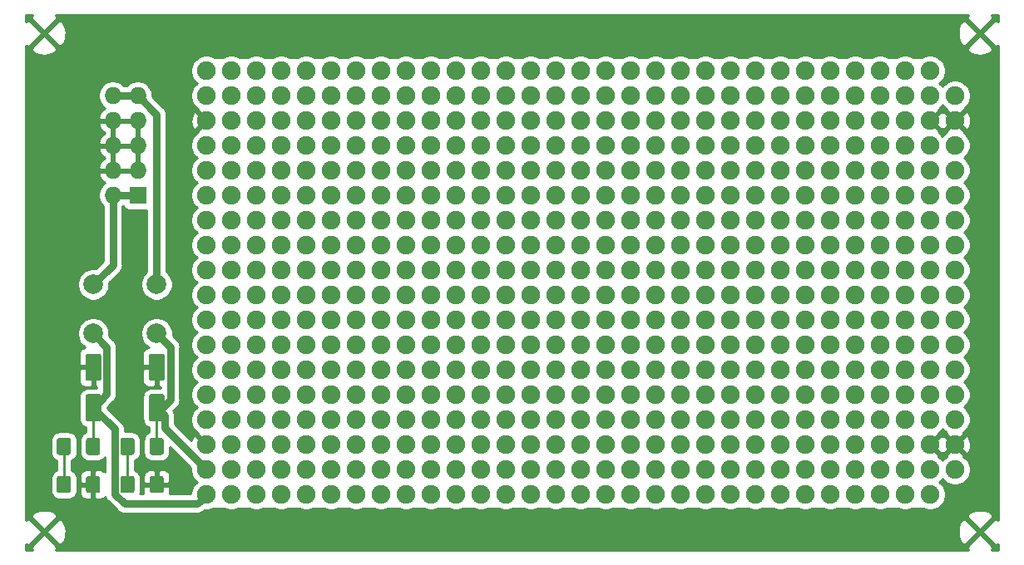
<source format=gbr>
G04 #@! TF.GenerationSoftware,KiCad,Pcbnew,5.1.5-52549c5~84~ubuntu18.04.1*
G04 #@! TF.CreationDate,2020-07-04T19:59:31-04:00*
G04 #@! TF.ProjectId,kosmo_proto_smd,6b6f736d-6f5f-4707-926f-746f5f736d64,rev?*
G04 #@! TF.SameCoordinates,Original*
G04 #@! TF.FileFunction,Copper,L1,Top*
G04 #@! TF.FilePolarity,Positive*
%FSLAX46Y46*%
G04 Gerber Fmt 4.6, Leading zero omitted, Abs format (unit mm)*
G04 Created by KiCad (PCBNEW 5.1.5-52549c5~84~ubuntu18.04.1) date 2020-07-04 19:59:31*
%MOMM*%
%LPD*%
G04 APERTURE LIST*
%ADD10C,1.905000*%
%ADD11O,1.727200X1.727200*%
%ADD12R,1.727200X1.727200*%
%ADD13C,0.100000*%
%ADD14C,2.000000*%
%ADD15C,0.250000*%
%ADD16C,0.750000*%
%ADD17C,0.254000*%
G04 APERTURE END LIST*
D10*
X140970000Y-100330000D03*
X140970000Y-97790000D03*
X140957300Y-82524600D03*
X140957300Y-79984600D03*
X140957300Y-87604600D03*
X140957300Y-92684600D03*
X140957300Y-90144600D03*
X140957300Y-95224600D03*
X140957300Y-85064600D03*
X140957300Y-67284600D03*
X140957300Y-77444600D03*
X140957300Y-69824600D03*
X140957300Y-72364600D03*
X140957300Y-74904600D03*
X140995000Y-64773000D03*
X140970000Y-62230000D03*
X110477300Y-82524600D03*
X118110000Y-59690000D03*
X130797300Y-74904600D03*
X107937300Y-90144600D03*
X138455000Y-64773000D03*
X130797300Y-77444600D03*
X120637300Y-90144600D03*
X120637300Y-72364600D03*
X128257300Y-72364600D03*
X133337300Y-85064600D03*
X125717300Y-69824600D03*
X107937300Y-74904600D03*
X105397300Y-72364600D03*
X135877300Y-77444600D03*
X107950000Y-62230000D03*
X107937300Y-87604600D03*
X135877300Y-72364600D03*
X138417300Y-87604600D03*
X118097300Y-90144600D03*
X138417300Y-77444600D03*
X125717300Y-82524600D03*
X138430000Y-100330000D03*
X110477300Y-92684600D03*
X105397300Y-74904600D03*
X133337300Y-72364600D03*
X135877300Y-82524600D03*
X128257300Y-82524600D03*
X118110000Y-102870000D03*
X123177300Y-87604600D03*
X115557300Y-77444600D03*
X125755000Y-64773000D03*
X113017300Y-79984600D03*
X120650000Y-59690000D03*
X130810000Y-62230000D03*
X125730000Y-102870000D03*
X135877300Y-67284600D03*
X118097300Y-92684600D03*
X123177300Y-79984600D03*
X133350000Y-59690000D03*
X138417300Y-79984600D03*
X125717300Y-90144600D03*
X123177300Y-67284600D03*
X125717300Y-79984600D03*
X118097300Y-87604600D03*
X105435000Y-64773000D03*
X118097300Y-74904600D03*
X123190000Y-97790000D03*
X133337300Y-79984600D03*
X128295000Y-64773000D03*
X130797300Y-90144600D03*
X113030000Y-95250000D03*
X110490000Y-97790000D03*
X120637300Y-69824600D03*
X133337300Y-82524600D03*
X115557300Y-79984600D03*
X113017300Y-67284600D03*
X133337300Y-69824600D03*
X128257300Y-87604600D03*
X125717300Y-85064600D03*
X110477300Y-79984600D03*
X115570000Y-95250000D03*
X113017300Y-90144600D03*
X115557300Y-82524600D03*
X130835000Y-64773000D03*
X105397300Y-79984600D03*
X120650000Y-97790000D03*
X138417300Y-67284600D03*
X105397300Y-82524600D03*
X130797300Y-85064600D03*
X123190000Y-95250000D03*
X118097300Y-82524600D03*
X107937300Y-67284600D03*
X123177300Y-77444600D03*
X125730000Y-95250000D03*
X138417300Y-85064600D03*
X133350000Y-102870000D03*
X113017300Y-87604600D03*
X130797300Y-79984600D03*
X135877300Y-90144600D03*
X125730000Y-97790000D03*
X107950000Y-102870000D03*
X115557300Y-90144600D03*
X118110000Y-97790000D03*
X123190000Y-100330000D03*
X118097300Y-79984600D03*
X115595000Y-64773000D03*
X107950000Y-97790000D03*
X123177300Y-90144600D03*
X138417300Y-72364600D03*
X113017300Y-92684600D03*
X113030000Y-59690000D03*
X118097300Y-67284600D03*
X138417300Y-74904600D03*
X107937300Y-69824600D03*
X107937300Y-82524600D03*
X128257300Y-79984600D03*
X125717300Y-74904600D03*
X110490000Y-100330000D03*
X105397300Y-77444600D03*
X110490000Y-62230000D03*
X110515000Y-64773000D03*
X138430000Y-62230000D03*
X120637300Y-92684600D03*
X105410000Y-102870000D03*
X130810000Y-100330000D03*
X120650000Y-100330000D03*
X110490000Y-95250000D03*
X133350000Y-62230000D03*
X128270000Y-100330000D03*
X115570000Y-97790000D03*
X133337300Y-90144600D03*
X135890000Y-102870000D03*
X130797300Y-69824600D03*
X107937300Y-77444600D03*
X133337300Y-92684600D03*
X113017300Y-74904600D03*
X123177300Y-82524600D03*
X123177300Y-72364600D03*
X130797300Y-82524600D03*
X105410000Y-100330000D03*
X130797300Y-72364600D03*
X123215000Y-64773000D03*
X115570000Y-59690000D03*
X138430000Y-95250000D03*
X110477300Y-90144600D03*
X130797300Y-87604600D03*
X130810000Y-95250000D03*
X113017300Y-69824600D03*
X135890000Y-62230000D03*
X130810000Y-102870000D03*
X115557300Y-69824600D03*
X107937300Y-85064600D03*
X133337300Y-74904600D03*
X105397300Y-67284600D03*
X118110000Y-62230000D03*
X107950000Y-59690000D03*
X128270000Y-97790000D03*
X128270000Y-59690000D03*
X138430000Y-102870000D03*
X110477300Y-77444600D03*
X138417300Y-82524600D03*
X125717300Y-87604600D03*
X105397300Y-92684600D03*
X113017300Y-72364600D03*
X138417300Y-90144600D03*
X107950000Y-100330000D03*
X110477300Y-74904600D03*
X107937300Y-92684600D03*
X128257300Y-90144600D03*
X115557300Y-74904600D03*
X125717300Y-72364600D03*
X113017300Y-77444600D03*
X138417300Y-69824600D03*
X120637300Y-74904600D03*
X107950000Y-95250000D03*
X105397300Y-85064600D03*
X128257300Y-77444600D03*
X123190000Y-62230000D03*
X135890000Y-97790000D03*
X135877300Y-69824600D03*
X123177300Y-85064600D03*
X118097300Y-85064600D03*
X128270000Y-62230000D03*
X128257300Y-85064600D03*
X135890000Y-100330000D03*
X113017300Y-82524600D03*
X107937300Y-79984600D03*
X133375000Y-64773000D03*
X113030000Y-62230000D03*
X135915000Y-64773000D03*
X123177300Y-69824600D03*
X128270000Y-95250000D03*
X113030000Y-102870000D03*
X110477300Y-87604600D03*
X133350000Y-95250000D03*
X105397300Y-69824600D03*
X110477300Y-69824600D03*
X115570000Y-62230000D03*
X115557300Y-72364600D03*
X123190000Y-102870000D03*
X138430000Y-97790000D03*
X115557300Y-92684600D03*
X135877300Y-74904600D03*
X130810000Y-97790000D03*
X107975000Y-64773000D03*
X115557300Y-87604600D03*
X123177300Y-92684600D03*
X128257300Y-67284600D03*
X128270000Y-102870000D03*
X115570000Y-102870000D03*
X105397300Y-87604600D03*
X118110000Y-100330000D03*
X128257300Y-69824600D03*
X130797300Y-67284600D03*
X120650000Y-62230000D03*
X118097300Y-72364600D03*
X115557300Y-85064600D03*
X120637300Y-77444600D03*
X113030000Y-97790000D03*
X120650000Y-102870000D03*
X125730000Y-62230000D03*
X125717300Y-92684600D03*
X125717300Y-77444600D03*
X118097300Y-69824600D03*
X135877300Y-92684600D03*
X133350000Y-97790000D03*
X118097300Y-77444600D03*
X130810000Y-59690000D03*
X105410000Y-59690000D03*
X105410000Y-95250000D03*
X120637300Y-82524600D03*
X110477300Y-85064600D03*
X135877300Y-85064600D03*
X120637300Y-79984600D03*
X128257300Y-92684600D03*
X110477300Y-67284600D03*
X135890000Y-59690000D03*
X118110000Y-95250000D03*
X123190000Y-59690000D03*
X118135000Y-64773000D03*
X123177300Y-74904600D03*
X125717300Y-67284600D03*
X133337300Y-87604600D03*
X120637300Y-85064600D03*
X130797300Y-92684600D03*
X105397300Y-90144600D03*
X105410000Y-62230000D03*
X125730000Y-100330000D03*
X113055000Y-64773000D03*
X120650000Y-95250000D03*
X133350000Y-100330000D03*
X110490000Y-102870000D03*
X113030000Y-100330000D03*
X113017300Y-85064600D03*
X135877300Y-79984600D03*
X138430000Y-59690000D03*
X133337300Y-67284600D03*
X110490000Y-59690000D03*
X135877300Y-87604600D03*
X133337300Y-77444600D03*
X115570000Y-100330000D03*
X138417300Y-92684600D03*
X120637300Y-67284600D03*
X120675000Y-64773000D03*
X107937300Y-72364600D03*
X120637300Y-87604600D03*
X128257300Y-74904600D03*
X105410000Y-97790000D03*
X135890000Y-95250000D03*
X125730000Y-59690000D03*
X115557300Y-67284600D03*
X110477300Y-72364600D03*
X100317300Y-74904600D03*
X100317300Y-77444600D03*
X97777300Y-72364600D03*
X102857300Y-85064600D03*
X95237300Y-69824600D03*
X95237300Y-82524600D03*
X102857300Y-72364600D03*
X97777300Y-82524600D03*
X95275000Y-64773000D03*
X100330000Y-62230000D03*
X95250000Y-102870000D03*
X102870000Y-59690000D03*
X95237300Y-90144600D03*
X95237300Y-79984600D03*
X102857300Y-79984600D03*
X97815000Y-64773000D03*
X100317300Y-90144600D03*
X102857300Y-82524600D03*
X102857300Y-69824600D03*
X97777300Y-87604600D03*
X95237300Y-85064600D03*
X100355000Y-64773000D03*
X100317300Y-85064600D03*
X95250000Y-95250000D03*
X102870000Y-102870000D03*
X100317300Y-79984600D03*
X95250000Y-97790000D03*
X97777300Y-79984600D03*
X95237300Y-74904600D03*
X100330000Y-100330000D03*
X102870000Y-62230000D03*
X97790000Y-100330000D03*
X102857300Y-90144600D03*
X100317300Y-69824600D03*
X102857300Y-92684600D03*
X100317300Y-82524600D03*
X100317300Y-72364600D03*
X100317300Y-87604600D03*
X100330000Y-95250000D03*
X100330000Y-102870000D03*
X102857300Y-74904600D03*
X97790000Y-97790000D03*
X97790000Y-59690000D03*
X95237300Y-87604600D03*
X97777300Y-90144600D03*
X95237300Y-72364600D03*
X97777300Y-77444600D03*
X97790000Y-62230000D03*
X97777300Y-85064600D03*
X102895000Y-64773000D03*
X97790000Y-95250000D03*
X102870000Y-95250000D03*
X100330000Y-97790000D03*
X97777300Y-67284600D03*
X97790000Y-102870000D03*
X97777300Y-69824600D03*
X100317300Y-67284600D03*
X95250000Y-62230000D03*
X95237300Y-92684600D03*
X95237300Y-77444600D03*
X102870000Y-97790000D03*
X100330000Y-59690000D03*
X97777300Y-92684600D03*
X95237300Y-67284600D03*
X102857300Y-87604600D03*
X100317300Y-92684600D03*
X95250000Y-100330000D03*
X102870000Y-100330000D03*
X102857300Y-67284600D03*
X102857300Y-77444600D03*
X97777300Y-74904600D03*
X95250000Y-59690000D03*
X87630000Y-59690000D03*
X90157300Y-90144600D03*
X90157300Y-72364600D03*
X87617300Y-90144600D03*
X87630000Y-102870000D03*
X92697300Y-87604600D03*
X85077300Y-77444600D03*
X90170000Y-59690000D03*
X87617300Y-92684600D03*
X92697300Y-79984600D03*
X92697300Y-67284600D03*
X87617300Y-87604600D03*
X87617300Y-74904600D03*
X92710000Y-97790000D03*
X90157300Y-69824600D03*
X85077300Y-79984600D03*
X85090000Y-95250000D03*
X85077300Y-82524600D03*
X90170000Y-97790000D03*
X92710000Y-95250000D03*
X87617300Y-82524600D03*
X92697300Y-77444600D03*
X85077300Y-90144600D03*
X87630000Y-97790000D03*
X92710000Y-100330000D03*
X87617300Y-79984600D03*
X85115000Y-64773000D03*
X92697300Y-90144600D03*
X87617300Y-67284600D03*
X90157300Y-92684600D03*
X90170000Y-100330000D03*
X85090000Y-97790000D03*
X92697300Y-82524600D03*
X92697300Y-72364600D03*
X92735000Y-64773000D03*
X85090000Y-59690000D03*
X85077300Y-69824600D03*
X87630000Y-62230000D03*
X85077300Y-74904600D03*
X90157300Y-74904600D03*
X92710000Y-62230000D03*
X92697300Y-85064600D03*
X87617300Y-85064600D03*
X92697300Y-69824600D03*
X85090000Y-62230000D03*
X85077300Y-72364600D03*
X92710000Y-102870000D03*
X85077300Y-92684600D03*
X85077300Y-87604600D03*
X92697300Y-92684600D03*
X85090000Y-102870000D03*
X87630000Y-100330000D03*
X90170000Y-62230000D03*
X87617300Y-72364600D03*
X85077300Y-85064600D03*
X90157300Y-77444600D03*
X90170000Y-102870000D03*
X87617300Y-69824600D03*
X87617300Y-77444600D03*
X90157300Y-82524600D03*
X90157300Y-79984600D03*
X87630000Y-95250000D03*
X92710000Y-59690000D03*
X87655000Y-64773000D03*
X92697300Y-74904600D03*
X90157300Y-85064600D03*
X90170000Y-95250000D03*
X85090000Y-100330000D03*
X90157300Y-67284600D03*
X90195000Y-64773000D03*
X90157300Y-87604600D03*
X85077300Y-67284600D03*
X79997300Y-82524600D03*
X77457300Y-90144600D03*
X77457300Y-74904600D03*
X74917300Y-72364600D03*
X77470000Y-62230000D03*
X77457300Y-87604600D03*
X79997300Y-92684600D03*
X74917300Y-74904600D03*
X82537300Y-79984600D03*
X74955000Y-64773000D03*
X82550000Y-95250000D03*
X80010000Y-97790000D03*
X82537300Y-67284600D03*
X79997300Y-79984600D03*
X82537300Y-90144600D03*
X74917300Y-79984600D03*
X74917300Y-82524600D03*
X77457300Y-67284600D03*
X82537300Y-87604600D03*
X77470000Y-102870000D03*
X77470000Y-97790000D03*
X82537300Y-92684600D03*
X82550000Y-59690000D03*
X77457300Y-69824600D03*
X77457300Y-82524600D03*
X80010000Y-100330000D03*
X74917300Y-77444600D03*
X80010000Y-62230000D03*
X80035000Y-64773000D03*
X74930000Y-102870000D03*
X80010000Y-95250000D03*
X77457300Y-77444600D03*
X82537300Y-74904600D03*
X74930000Y-100330000D03*
X79997300Y-90144600D03*
X82537300Y-69824600D03*
X77457300Y-85064600D03*
X74917300Y-67284600D03*
X77470000Y-59690000D03*
X79997300Y-77444600D03*
X74917300Y-92684600D03*
X82537300Y-72364600D03*
X77470000Y-100330000D03*
X79997300Y-74904600D03*
X77457300Y-92684600D03*
X82537300Y-77444600D03*
X77470000Y-95250000D03*
X74917300Y-85064600D03*
X82537300Y-82524600D03*
X77457300Y-79984600D03*
X82550000Y-62230000D03*
X82550000Y-102870000D03*
X79997300Y-87604600D03*
X74917300Y-69824600D03*
X79997300Y-69824600D03*
X77495000Y-64773000D03*
X74917300Y-87604600D03*
X82550000Y-97790000D03*
X74930000Y-59690000D03*
X74930000Y-95250000D03*
X79997300Y-85064600D03*
X79997300Y-67284600D03*
X74917300Y-90144600D03*
X74930000Y-62230000D03*
X82575000Y-64773000D03*
X80010000Y-102870000D03*
X82550000Y-100330000D03*
X82537300Y-85064600D03*
X80010000Y-59690000D03*
X77457300Y-72364600D03*
X74930000Y-97790000D03*
X79997300Y-72364600D03*
X72377300Y-82524600D03*
X72377300Y-92684600D03*
X72390000Y-97790000D03*
X72377300Y-79984600D03*
X72390000Y-100330000D03*
X72390000Y-62230000D03*
X72415000Y-64773000D03*
X72390000Y-95250000D03*
X72377300Y-90144600D03*
X72377300Y-77444600D03*
X72377300Y-74904600D03*
X72377300Y-87604600D03*
X72377300Y-69824600D03*
X72377300Y-85064600D03*
X72377300Y-67284600D03*
X72390000Y-102870000D03*
X72390000Y-59690000D03*
X72377300Y-72364600D03*
X69837300Y-90144600D03*
X69837300Y-74904600D03*
X69850000Y-62230000D03*
X69837300Y-87604600D03*
X69837300Y-67284600D03*
X69850000Y-102870000D03*
X69850000Y-97790000D03*
X69837300Y-69824600D03*
X69837300Y-82524600D03*
X69837300Y-77444600D03*
X69837300Y-85064600D03*
X69850000Y-59690000D03*
X69850000Y-100330000D03*
X69837300Y-92684600D03*
X69850000Y-95250000D03*
X69837300Y-79984600D03*
X69875000Y-64773000D03*
X69837300Y-72364600D03*
X67297300Y-72364600D03*
X67297300Y-74904600D03*
X67335000Y-64773000D03*
X67297300Y-79984600D03*
X67297300Y-82524600D03*
X67297300Y-77444600D03*
X67310000Y-102870000D03*
X67310000Y-100330000D03*
X67297300Y-67284600D03*
X67297300Y-92684600D03*
X67297300Y-85064600D03*
X67297300Y-69824600D03*
X67297300Y-87604600D03*
X67310000Y-59690000D03*
X67310000Y-95250000D03*
X67297300Y-90144600D03*
X67310000Y-62230000D03*
X67310000Y-97790000D03*
X64757300Y-67284600D03*
X64757300Y-69824600D03*
X64757300Y-72364600D03*
X64757300Y-74904600D03*
X64757300Y-77444600D03*
X64757300Y-79984600D03*
X64757300Y-82524600D03*
X64757300Y-85064600D03*
X64757300Y-87604600D03*
X64757300Y-90144600D03*
X64757300Y-92684600D03*
D11*
X55245000Y-62230000D03*
X57785000Y-62230000D03*
X55245000Y-64770000D03*
X57785000Y-64770000D03*
X55245000Y-67310000D03*
X57785000Y-67310000D03*
X55245000Y-69850000D03*
X57785000Y-69850000D03*
X55245000Y-72390000D03*
D12*
X57785000Y-72390000D03*
G04 #@! TA.AperFunction,SMDPad,CuDef*
D13*
G36*
X57227004Y-97094204D02*
G01*
X57251273Y-97097804D01*
X57275071Y-97103765D01*
X57298171Y-97112030D01*
X57320349Y-97122520D01*
X57341393Y-97135133D01*
X57361098Y-97149747D01*
X57379277Y-97166223D01*
X57395753Y-97184402D01*
X57410367Y-97204107D01*
X57422980Y-97225151D01*
X57433470Y-97247329D01*
X57441735Y-97270429D01*
X57447696Y-97294227D01*
X57451296Y-97318496D01*
X57452500Y-97343000D01*
X57452500Y-98593000D01*
X57451296Y-98617504D01*
X57447696Y-98641773D01*
X57441735Y-98665571D01*
X57433470Y-98688671D01*
X57422980Y-98710849D01*
X57410367Y-98731893D01*
X57395753Y-98751598D01*
X57379277Y-98769777D01*
X57361098Y-98786253D01*
X57341393Y-98800867D01*
X57320349Y-98813480D01*
X57298171Y-98823970D01*
X57275071Y-98832235D01*
X57251273Y-98838196D01*
X57227004Y-98841796D01*
X57202500Y-98843000D01*
X56277500Y-98843000D01*
X56252996Y-98841796D01*
X56228727Y-98838196D01*
X56204929Y-98832235D01*
X56181829Y-98823970D01*
X56159651Y-98813480D01*
X56138607Y-98800867D01*
X56118902Y-98786253D01*
X56100723Y-98769777D01*
X56084247Y-98751598D01*
X56069633Y-98731893D01*
X56057020Y-98710849D01*
X56046530Y-98688671D01*
X56038265Y-98665571D01*
X56032304Y-98641773D01*
X56028704Y-98617504D01*
X56027500Y-98593000D01*
X56027500Y-97343000D01*
X56028704Y-97318496D01*
X56032304Y-97294227D01*
X56038265Y-97270429D01*
X56046530Y-97247329D01*
X56057020Y-97225151D01*
X56069633Y-97204107D01*
X56084247Y-97184402D01*
X56100723Y-97166223D01*
X56118902Y-97149747D01*
X56138607Y-97135133D01*
X56159651Y-97122520D01*
X56181829Y-97112030D01*
X56204929Y-97103765D01*
X56228727Y-97097804D01*
X56252996Y-97094204D01*
X56277500Y-97093000D01*
X57202500Y-97093000D01*
X57227004Y-97094204D01*
G37*
G04 #@! TD.AperFunction*
G04 #@! TA.AperFunction,SMDPad,CuDef*
G36*
X60202004Y-97094204D02*
G01*
X60226273Y-97097804D01*
X60250071Y-97103765D01*
X60273171Y-97112030D01*
X60295349Y-97122520D01*
X60316393Y-97135133D01*
X60336098Y-97149747D01*
X60354277Y-97166223D01*
X60370753Y-97184402D01*
X60385367Y-97204107D01*
X60397980Y-97225151D01*
X60408470Y-97247329D01*
X60416735Y-97270429D01*
X60422696Y-97294227D01*
X60426296Y-97318496D01*
X60427500Y-97343000D01*
X60427500Y-98593000D01*
X60426296Y-98617504D01*
X60422696Y-98641773D01*
X60416735Y-98665571D01*
X60408470Y-98688671D01*
X60397980Y-98710849D01*
X60385367Y-98731893D01*
X60370753Y-98751598D01*
X60354277Y-98769777D01*
X60336098Y-98786253D01*
X60316393Y-98800867D01*
X60295349Y-98813480D01*
X60273171Y-98823970D01*
X60250071Y-98832235D01*
X60226273Y-98838196D01*
X60202004Y-98841796D01*
X60177500Y-98843000D01*
X59252500Y-98843000D01*
X59227996Y-98841796D01*
X59203727Y-98838196D01*
X59179929Y-98832235D01*
X59156829Y-98823970D01*
X59134651Y-98813480D01*
X59113607Y-98800867D01*
X59093902Y-98786253D01*
X59075723Y-98769777D01*
X59059247Y-98751598D01*
X59044633Y-98731893D01*
X59032020Y-98710849D01*
X59021530Y-98688671D01*
X59013265Y-98665571D01*
X59007304Y-98641773D01*
X59003704Y-98617504D01*
X59002500Y-98593000D01*
X59002500Y-97343000D01*
X59003704Y-97318496D01*
X59007304Y-97294227D01*
X59013265Y-97270429D01*
X59021530Y-97247329D01*
X59032020Y-97225151D01*
X59044633Y-97204107D01*
X59059247Y-97184402D01*
X59075723Y-97166223D01*
X59093902Y-97149747D01*
X59113607Y-97135133D01*
X59134651Y-97122520D01*
X59156829Y-97112030D01*
X59179929Y-97103765D01*
X59203727Y-97097804D01*
X59227996Y-97094204D01*
X59252500Y-97093000D01*
X60177500Y-97093000D01*
X60202004Y-97094204D01*
G37*
G04 #@! TD.AperFunction*
G04 #@! TA.AperFunction,SMDPad,CuDef*
G36*
X50756004Y-97094204D02*
G01*
X50780273Y-97097804D01*
X50804071Y-97103765D01*
X50827171Y-97112030D01*
X50849349Y-97122520D01*
X50870393Y-97135133D01*
X50890098Y-97149747D01*
X50908277Y-97166223D01*
X50924753Y-97184402D01*
X50939367Y-97204107D01*
X50951980Y-97225151D01*
X50962470Y-97247329D01*
X50970735Y-97270429D01*
X50976696Y-97294227D01*
X50980296Y-97318496D01*
X50981500Y-97343000D01*
X50981500Y-98593000D01*
X50980296Y-98617504D01*
X50976696Y-98641773D01*
X50970735Y-98665571D01*
X50962470Y-98688671D01*
X50951980Y-98710849D01*
X50939367Y-98731893D01*
X50924753Y-98751598D01*
X50908277Y-98769777D01*
X50890098Y-98786253D01*
X50870393Y-98800867D01*
X50849349Y-98813480D01*
X50827171Y-98823970D01*
X50804071Y-98832235D01*
X50780273Y-98838196D01*
X50756004Y-98841796D01*
X50731500Y-98843000D01*
X49806500Y-98843000D01*
X49781996Y-98841796D01*
X49757727Y-98838196D01*
X49733929Y-98832235D01*
X49710829Y-98823970D01*
X49688651Y-98813480D01*
X49667607Y-98800867D01*
X49647902Y-98786253D01*
X49629723Y-98769777D01*
X49613247Y-98751598D01*
X49598633Y-98731893D01*
X49586020Y-98710849D01*
X49575530Y-98688671D01*
X49567265Y-98665571D01*
X49561304Y-98641773D01*
X49557704Y-98617504D01*
X49556500Y-98593000D01*
X49556500Y-97343000D01*
X49557704Y-97318496D01*
X49561304Y-97294227D01*
X49567265Y-97270429D01*
X49575530Y-97247329D01*
X49586020Y-97225151D01*
X49598633Y-97204107D01*
X49613247Y-97184402D01*
X49629723Y-97166223D01*
X49647902Y-97149747D01*
X49667607Y-97135133D01*
X49688651Y-97122520D01*
X49710829Y-97112030D01*
X49733929Y-97103765D01*
X49757727Y-97097804D01*
X49781996Y-97094204D01*
X49806500Y-97093000D01*
X50731500Y-97093000D01*
X50756004Y-97094204D01*
G37*
G04 #@! TD.AperFunction*
G04 #@! TA.AperFunction,SMDPad,CuDef*
G36*
X53731004Y-97094204D02*
G01*
X53755273Y-97097804D01*
X53779071Y-97103765D01*
X53802171Y-97112030D01*
X53824349Y-97122520D01*
X53845393Y-97135133D01*
X53865098Y-97149747D01*
X53883277Y-97166223D01*
X53899753Y-97184402D01*
X53914367Y-97204107D01*
X53926980Y-97225151D01*
X53937470Y-97247329D01*
X53945735Y-97270429D01*
X53951696Y-97294227D01*
X53955296Y-97318496D01*
X53956500Y-97343000D01*
X53956500Y-98593000D01*
X53955296Y-98617504D01*
X53951696Y-98641773D01*
X53945735Y-98665571D01*
X53937470Y-98688671D01*
X53926980Y-98710849D01*
X53914367Y-98731893D01*
X53899753Y-98751598D01*
X53883277Y-98769777D01*
X53865098Y-98786253D01*
X53845393Y-98800867D01*
X53824349Y-98813480D01*
X53802171Y-98823970D01*
X53779071Y-98832235D01*
X53755273Y-98838196D01*
X53731004Y-98841796D01*
X53706500Y-98843000D01*
X52781500Y-98843000D01*
X52756996Y-98841796D01*
X52732727Y-98838196D01*
X52708929Y-98832235D01*
X52685829Y-98823970D01*
X52663651Y-98813480D01*
X52642607Y-98800867D01*
X52622902Y-98786253D01*
X52604723Y-98769777D01*
X52588247Y-98751598D01*
X52573633Y-98731893D01*
X52561020Y-98710849D01*
X52550530Y-98688671D01*
X52542265Y-98665571D01*
X52536304Y-98641773D01*
X52532704Y-98617504D01*
X52531500Y-98593000D01*
X52531500Y-97343000D01*
X52532704Y-97318496D01*
X52536304Y-97294227D01*
X52542265Y-97270429D01*
X52550530Y-97247329D01*
X52561020Y-97225151D01*
X52573633Y-97204107D01*
X52588247Y-97184402D01*
X52604723Y-97166223D01*
X52622902Y-97149747D01*
X52642607Y-97135133D01*
X52663651Y-97122520D01*
X52685829Y-97112030D01*
X52708929Y-97103765D01*
X52732727Y-97097804D01*
X52756996Y-97094204D01*
X52781500Y-97093000D01*
X53706500Y-97093000D01*
X53731004Y-97094204D01*
G37*
G04 #@! TD.AperFunction*
D10*
X64770000Y-59690000D03*
X64770000Y-102870000D03*
X64795000Y-64773000D03*
X64770000Y-97790000D03*
X64770000Y-62230000D03*
X64770000Y-100330000D03*
D14*
X53269000Y-81468000D03*
X53269000Y-86468000D03*
X59715000Y-81468000D03*
X59715000Y-86468000D03*
G04 #@! TA.AperFunction,SMDPad,CuDef*
D13*
G36*
X57227004Y-100980204D02*
G01*
X57251273Y-100983804D01*
X57275071Y-100989765D01*
X57298171Y-100998030D01*
X57320349Y-101008520D01*
X57341393Y-101021133D01*
X57361098Y-101035747D01*
X57379277Y-101052223D01*
X57395753Y-101070402D01*
X57410367Y-101090107D01*
X57422980Y-101111151D01*
X57433470Y-101133329D01*
X57441735Y-101156429D01*
X57447696Y-101180227D01*
X57451296Y-101204496D01*
X57452500Y-101229000D01*
X57452500Y-102479000D01*
X57451296Y-102503504D01*
X57447696Y-102527773D01*
X57441735Y-102551571D01*
X57433470Y-102574671D01*
X57422980Y-102596849D01*
X57410367Y-102617893D01*
X57395753Y-102637598D01*
X57379277Y-102655777D01*
X57361098Y-102672253D01*
X57341393Y-102686867D01*
X57320349Y-102699480D01*
X57298171Y-102709970D01*
X57275071Y-102718235D01*
X57251273Y-102724196D01*
X57227004Y-102727796D01*
X57202500Y-102729000D01*
X56277500Y-102729000D01*
X56252996Y-102727796D01*
X56228727Y-102724196D01*
X56204929Y-102718235D01*
X56181829Y-102709970D01*
X56159651Y-102699480D01*
X56138607Y-102686867D01*
X56118902Y-102672253D01*
X56100723Y-102655777D01*
X56084247Y-102637598D01*
X56069633Y-102617893D01*
X56057020Y-102596849D01*
X56046530Y-102574671D01*
X56038265Y-102551571D01*
X56032304Y-102527773D01*
X56028704Y-102503504D01*
X56027500Y-102479000D01*
X56027500Y-101229000D01*
X56028704Y-101204496D01*
X56032304Y-101180227D01*
X56038265Y-101156429D01*
X56046530Y-101133329D01*
X56057020Y-101111151D01*
X56069633Y-101090107D01*
X56084247Y-101070402D01*
X56100723Y-101052223D01*
X56118902Y-101035747D01*
X56138607Y-101021133D01*
X56159651Y-101008520D01*
X56181829Y-100998030D01*
X56204929Y-100989765D01*
X56228727Y-100983804D01*
X56252996Y-100980204D01*
X56277500Y-100979000D01*
X57202500Y-100979000D01*
X57227004Y-100980204D01*
G37*
G04 #@! TD.AperFunction*
G04 #@! TA.AperFunction,SMDPad,CuDef*
G36*
X60202004Y-100980204D02*
G01*
X60226273Y-100983804D01*
X60250071Y-100989765D01*
X60273171Y-100998030D01*
X60295349Y-101008520D01*
X60316393Y-101021133D01*
X60336098Y-101035747D01*
X60354277Y-101052223D01*
X60370753Y-101070402D01*
X60385367Y-101090107D01*
X60397980Y-101111151D01*
X60408470Y-101133329D01*
X60416735Y-101156429D01*
X60422696Y-101180227D01*
X60426296Y-101204496D01*
X60427500Y-101229000D01*
X60427500Y-102479000D01*
X60426296Y-102503504D01*
X60422696Y-102527773D01*
X60416735Y-102551571D01*
X60408470Y-102574671D01*
X60397980Y-102596849D01*
X60385367Y-102617893D01*
X60370753Y-102637598D01*
X60354277Y-102655777D01*
X60336098Y-102672253D01*
X60316393Y-102686867D01*
X60295349Y-102699480D01*
X60273171Y-102709970D01*
X60250071Y-102718235D01*
X60226273Y-102724196D01*
X60202004Y-102727796D01*
X60177500Y-102729000D01*
X59252500Y-102729000D01*
X59227996Y-102727796D01*
X59203727Y-102724196D01*
X59179929Y-102718235D01*
X59156829Y-102709970D01*
X59134651Y-102699480D01*
X59113607Y-102686867D01*
X59093902Y-102672253D01*
X59075723Y-102655777D01*
X59059247Y-102637598D01*
X59044633Y-102617893D01*
X59032020Y-102596849D01*
X59021530Y-102574671D01*
X59013265Y-102551571D01*
X59007304Y-102527773D01*
X59003704Y-102503504D01*
X59002500Y-102479000D01*
X59002500Y-101229000D01*
X59003704Y-101204496D01*
X59007304Y-101180227D01*
X59013265Y-101156429D01*
X59021530Y-101133329D01*
X59032020Y-101111151D01*
X59044633Y-101090107D01*
X59059247Y-101070402D01*
X59075723Y-101052223D01*
X59093902Y-101035747D01*
X59113607Y-101021133D01*
X59134651Y-101008520D01*
X59156829Y-100998030D01*
X59179929Y-100989765D01*
X59203727Y-100983804D01*
X59227996Y-100980204D01*
X59252500Y-100979000D01*
X60177500Y-100979000D01*
X60202004Y-100980204D01*
G37*
G04 #@! TD.AperFunction*
G04 #@! TA.AperFunction,SMDPad,CuDef*
G36*
X53731004Y-100980204D02*
G01*
X53755273Y-100983804D01*
X53779071Y-100989765D01*
X53802171Y-100998030D01*
X53824349Y-101008520D01*
X53845393Y-101021133D01*
X53865098Y-101035747D01*
X53883277Y-101052223D01*
X53899753Y-101070402D01*
X53914367Y-101090107D01*
X53926980Y-101111151D01*
X53937470Y-101133329D01*
X53945735Y-101156429D01*
X53951696Y-101180227D01*
X53955296Y-101204496D01*
X53956500Y-101229000D01*
X53956500Y-102479000D01*
X53955296Y-102503504D01*
X53951696Y-102527773D01*
X53945735Y-102551571D01*
X53937470Y-102574671D01*
X53926980Y-102596849D01*
X53914367Y-102617893D01*
X53899753Y-102637598D01*
X53883277Y-102655777D01*
X53865098Y-102672253D01*
X53845393Y-102686867D01*
X53824349Y-102699480D01*
X53802171Y-102709970D01*
X53779071Y-102718235D01*
X53755273Y-102724196D01*
X53731004Y-102727796D01*
X53706500Y-102729000D01*
X52781500Y-102729000D01*
X52756996Y-102727796D01*
X52732727Y-102724196D01*
X52708929Y-102718235D01*
X52685829Y-102709970D01*
X52663651Y-102699480D01*
X52642607Y-102686867D01*
X52622902Y-102672253D01*
X52604723Y-102655777D01*
X52588247Y-102637598D01*
X52573633Y-102617893D01*
X52561020Y-102596849D01*
X52550530Y-102574671D01*
X52542265Y-102551571D01*
X52536304Y-102527773D01*
X52532704Y-102503504D01*
X52531500Y-102479000D01*
X52531500Y-101229000D01*
X52532704Y-101204496D01*
X52536304Y-101180227D01*
X52542265Y-101156429D01*
X52550530Y-101133329D01*
X52561020Y-101111151D01*
X52573633Y-101090107D01*
X52588247Y-101070402D01*
X52604723Y-101052223D01*
X52622902Y-101035747D01*
X52642607Y-101021133D01*
X52663651Y-101008520D01*
X52685829Y-100998030D01*
X52708929Y-100989765D01*
X52732727Y-100983804D01*
X52756996Y-100980204D01*
X52781500Y-100979000D01*
X53706500Y-100979000D01*
X53731004Y-100980204D01*
G37*
G04 #@! TD.AperFunction*
G04 #@! TA.AperFunction,SMDPad,CuDef*
G36*
X50756004Y-100980204D02*
G01*
X50780273Y-100983804D01*
X50804071Y-100989765D01*
X50827171Y-100998030D01*
X50849349Y-101008520D01*
X50870393Y-101021133D01*
X50890098Y-101035747D01*
X50908277Y-101052223D01*
X50924753Y-101070402D01*
X50939367Y-101090107D01*
X50951980Y-101111151D01*
X50962470Y-101133329D01*
X50970735Y-101156429D01*
X50976696Y-101180227D01*
X50980296Y-101204496D01*
X50981500Y-101229000D01*
X50981500Y-102479000D01*
X50980296Y-102503504D01*
X50976696Y-102527773D01*
X50970735Y-102551571D01*
X50962470Y-102574671D01*
X50951980Y-102596849D01*
X50939367Y-102617893D01*
X50924753Y-102637598D01*
X50908277Y-102655777D01*
X50890098Y-102672253D01*
X50870393Y-102686867D01*
X50849349Y-102699480D01*
X50827171Y-102709970D01*
X50804071Y-102718235D01*
X50780273Y-102724196D01*
X50756004Y-102727796D01*
X50731500Y-102729000D01*
X49806500Y-102729000D01*
X49781996Y-102727796D01*
X49757727Y-102724196D01*
X49733929Y-102718235D01*
X49710829Y-102709970D01*
X49688651Y-102699480D01*
X49667607Y-102686867D01*
X49647902Y-102672253D01*
X49629723Y-102655777D01*
X49613247Y-102637598D01*
X49598633Y-102617893D01*
X49586020Y-102596849D01*
X49575530Y-102574671D01*
X49567265Y-102551571D01*
X49561304Y-102527773D01*
X49557704Y-102503504D01*
X49556500Y-102479000D01*
X49556500Y-101229000D01*
X49557704Y-101204496D01*
X49561304Y-101180227D01*
X49567265Y-101156429D01*
X49575530Y-101133329D01*
X49586020Y-101111151D01*
X49598633Y-101090107D01*
X49613247Y-101070402D01*
X49629723Y-101052223D01*
X49647902Y-101035747D01*
X49667607Y-101021133D01*
X49688651Y-101008520D01*
X49710829Y-100998030D01*
X49733929Y-100989765D01*
X49757727Y-100983804D01*
X49781996Y-100980204D01*
X49806500Y-100979000D01*
X50731500Y-100979000D01*
X50756004Y-100980204D01*
G37*
G04 #@! TD.AperFunction*
G04 #@! TA.AperFunction,SMDPad,CuDef*
G36*
X53843504Y-92644204D02*
G01*
X53867773Y-92647804D01*
X53891571Y-92653765D01*
X53914671Y-92662030D01*
X53936849Y-92672520D01*
X53957893Y-92685133D01*
X53977598Y-92699747D01*
X53995777Y-92716223D01*
X54012253Y-92734402D01*
X54026867Y-92754107D01*
X54039480Y-92775151D01*
X54049970Y-92797329D01*
X54058235Y-92820429D01*
X54064196Y-92844227D01*
X54067796Y-92868496D01*
X54069000Y-92893000D01*
X54069000Y-95168000D01*
X54067796Y-95192504D01*
X54064196Y-95216773D01*
X54058235Y-95240571D01*
X54049970Y-95263671D01*
X54039480Y-95285849D01*
X54026867Y-95306893D01*
X54012253Y-95326598D01*
X53995777Y-95344777D01*
X53977598Y-95361253D01*
X53957893Y-95375867D01*
X53936849Y-95388480D01*
X53914671Y-95398970D01*
X53891571Y-95407235D01*
X53867773Y-95413196D01*
X53843504Y-95416796D01*
X53819000Y-95418000D01*
X52719000Y-95418000D01*
X52694496Y-95416796D01*
X52670227Y-95413196D01*
X52646429Y-95407235D01*
X52623329Y-95398970D01*
X52601151Y-95388480D01*
X52580107Y-95375867D01*
X52560402Y-95361253D01*
X52542223Y-95344777D01*
X52525747Y-95326598D01*
X52511133Y-95306893D01*
X52498520Y-95285849D01*
X52488030Y-95263671D01*
X52479765Y-95240571D01*
X52473804Y-95216773D01*
X52470204Y-95192504D01*
X52469000Y-95168000D01*
X52469000Y-92893000D01*
X52470204Y-92868496D01*
X52473804Y-92844227D01*
X52479765Y-92820429D01*
X52488030Y-92797329D01*
X52498520Y-92775151D01*
X52511133Y-92754107D01*
X52525747Y-92734402D01*
X52542223Y-92716223D01*
X52560402Y-92699747D01*
X52580107Y-92685133D01*
X52601151Y-92672520D01*
X52623329Y-92662030D01*
X52646429Y-92653765D01*
X52670227Y-92647804D01*
X52694496Y-92644204D01*
X52719000Y-92643000D01*
X53819000Y-92643000D01*
X53843504Y-92644204D01*
G37*
G04 #@! TD.AperFunction*
G04 #@! TA.AperFunction,SMDPad,CuDef*
G36*
X53843504Y-88519204D02*
G01*
X53867773Y-88522804D01*
X53891571Y-88528765D01*
X53914671Y-88537030D01*
X53936849Y-88547520D01*
X53957893Y-88560133D01*
X53977598Y-88574747D01*
X53995777Y-88591223D01*
X54012253Y-88609402D01*
X54026867Y-88629107D01*
X54039480Y-88650151D01*
X54049970Y-88672329D01*
X54058235Y-88695429D01*
X54064196Y-88719227D01*
X54067796Y-88743496D01*
X54069000Y-88768000D01*
X54069000Y-91043000D01*
X54067796Y-91067504D01*
X54064196Y-91091773D01*
X54058235Y-91115571D01*
X54049970Y-91138671D01*
X54039480Y-91160849D01*
X54026867Y-91181893D01*
X54012253Y-91201598D01*
X53995777Y-91219777D01*
X53977598Y-91236253D01*
X53957893Y-91250867D01*
X53936849Y-91263480D01*
X53914671Y-91273970D01*
X53891571Y-91282235D01*
X53867773Y-91288196D01*
X53843504Y-91291796D01*
X53819000Y-91293000D01*
X52719000Y-91293000D01*
X52694496Y-91291796D01*
X52670227Y-91288196D01*
X52646429Y-91282235D01*
X52623329Y-91273970D01*
X52601151Y-91263480D01*
X52580107Y-91250867D01*
X52560402Y-91236253D01*
X52542223Y-91219777D01*
X52525747Y-91201598D01*
X52511133Y-91181893D01*
X52498520Y-91160849D01*
X52488030Y-91138671D01*
X52479765Y-91115571D01*
X52473804Y-91091773D01*
X52470204Y-91067504D01*
X52469000Y-91043000D01*
X52469000Y-88768000D01*
X52470204Y-88743496D01*
X52473804Y-88719227D01*
X52479765Y-88695429D01*
X52488030Y-88672329D01*
X52498520Y-88650151D01*
X52511133Y-88629107D01*
X52525747Y-88609402D01*
X52542223Y-88591223D01*
X52560402Y-88574747D01*
X52580107Y-88560133D01*
X52601151Y-88547520D01*
X52623329Y-88537030D01*
X52646429Y-88528765D01*
X52670227Y-88522804D01*
X52694496Y-88519204D01*
X52719000Y-88518000D01*
X53819000Y-88518000D01*
X53843504Y-88519204D01*
G37*
G04 #@! TD.AperFunction*
G04 #@! TA.AperFunction,SMDPad,CuDef*
G36*
X60289504Y-88519204D02*
G01*
X60313773Y-88522804D01*
X60337571Y-88528765D01*
X60360671Y-88537030D01*
X60382849Y-88547520D01*
X60403893Y-88560133D01*
X60423598Y-88574747D01*
X60441777Y-88591223D01*
X60458253Y-88609402D01*
X60472867Y-88629107D01*
X60485480Y-88650151D01*
X60495970Y-88672329D01*
X60504235Y-88695429D01*
X60510196Y-88719227D01*
X60513796Y-88743496D01*
X60515000Y-88768000D01*
X60515000Y-91043000D01*
X60513796Y-91067504D01*
X60510196Y-91091773D01*
X60504235Y-91115571D01*
X60495970Y-91138671D01*
X60485480Y-91160849D01*
X60472867Y-91181893D01*
X60458253Y-91201598D01*
X60441777Y-91219777D01*
X60423598Y-91236253D01*
X60403893Y-91250867D01*
X60382849Y-91263480D01*
X60360671Y-91273970D01*
X60337571Y-91282235D01*
X60313773Y-91288196D01*
X60289504Y-91291796D01*
X60265000Y-91293000D01*
X59165000Y-91293000D01*
X59140496Y-91291796D01*
X59116227Y-91288196D01*
X59092429Y-91282235D01*
X59069329Y-91273970D01*
X59047151Y-91263480D01*
X59026107Y-91250867D01*
X59006402Y-91236253D01*
X58988223Y-91219777D01*
X58971747Y-91201598D01*
X58957133Y-91181893D01*
X58944520Y-91160849D01*
X58934030Y-91138671D01*
X58925765Y-91115571D01*
X58919804Y-91091773D01*
X58916204Y-91067504D01*
X58915000Y-91043000D01*
X58915000Y-88768000D01*
X58916204Y-88743496D01*
X58919804Y-88719227D01*
X58925765Y-88695429D01*
X58934030Y-88672329D01*
X58944520Y-88650151D01*
X58957133Y-88629107D01*
X58971747Y-88609402D01*
X58988223Y-88591223D01*
X59006402Y-88574747D01*
X59026107Y-88560133D01*
X59047151Y-88547520D01*
X59069329Y-88537030D01*
X59092429Y-88528765D01*
X59116227Y-88522804D01*
X59140496Y-88519204D01*
X59165000Y-88518000D01*
X60265000Y-88518000D01*
X60289504Y-88519204D01*
G37*
G04 #@! TD.AperFunction*
G04 #@! TA.AperFunction,SMDPad,CuDef*
G36*
X60289504Y-92644204D02*
G01*
X60313773Y-92647804D01*
X60337571Y-92653765D01*
X60360671Y-92662030D01*
X60382849Y-92672520D01*
X60403893Y-92685133D01*
X60423598Y-92699747D01*
X60441777Y-92716223D01*
X60458253Y-92734402D01*
X60472867Y-92754107D01*
X60485480Y-92775151D01*
X60495970Y-92797329D01*
X60504235Y-92820429D01*
X60510196Y-92844227D01*
X60513796Y-92868496D01*
X60515000Y-92893000D01*
X60515000Y-95168000D01*
X60513796Y-95192504D01*
X60510196Y-95216773D01*
X60504235Y-95240571D01*
X60495970Y-95263671D01*
X60485480Y-95285849D01*
X60472867Y-95306893D01*
X60458253Y-95326598D01*
X60441777Y-95344777D01*
X60423598Y-95361253D01*
X60403893Y-95375867D01*
X60382849Y-95388480D01*
X60360671Y-95398970D01*
X60337571Y-95407235D01*
X60313773Y-95413196D01*
X60289504Y-95416796D01*
X60265000Y-95418000D01*
X59165000Y-95418000D01*
X59140496Y-95416796D01*
X59116227Y-95413196D01*
X59092429Y-95407235D01*
X59069329Y-95398970D01*
X59047151Y-95388480D01*
X59026107Y-95375867D01*
X59006402Y-95361253D01*
X58988223Y-95344777D01*
X58971747Y-95326598D01*
X58957133Y-95306893D01*
X58944520Y-95285849D01*
X58934030Y-95263671D01*
X58925765Y-95240571D01*
X58919804Y-95216773D01*
X58916204Y-95192504D01*
X58915000Y-95168000D01*
X58915000Y-92893000D01*
X58916204Y-92868496D01*
X58919804Y-92844227D01*
X58925765Y-92820429D01*
X58934030Y-92797329D01*
X58944520Y-92775151D01*
X58957133Y-92754107D01*
X58971747Y-92734402D01*
X58988223Y-92716223D01*
X59006402Y-92699747D01*
X59026107Y-92685133D01*
X59047151Y-92672520D01*
X59069329Y-92662030D01*
X59092429Y-92653765D01*
X59116227Y-92647804D01*
X59140496Y-92644204D01*
X59165000Y-92643000D01*
X60265000Y-92643000D01*
X60289504Y-92644204D01*
G37*
G04 #@! TD.AperFunction*
D10*
X64770000Y-95250000D03*
D15*
X59715000Y-94030500D02*
X59715000Y-97968000D01*
D16*
X60274500Y-94030500D02*
X59715000Y-94030500D01*
X59715000Y-86468000D02*
X61090010Y-87843010D01*
X61090010Y-93214990D02*
X60274500Y-94030500D01*
X61090010Y-87843010D02*
X61090010Y-93214990D01*
X64770000Y-100330000D02*
X60515000Y-96075000D01*
X60515000Y-94830500D02*
X59715000Y-94030500D01*
X60515000Y-96075000D02*
X60515000Y-94830500D01*
X53269000Y-97943000D02*
X53244000Y-97968000D01*
D15*
X53269000Y-94030500D02*
X53269000Y-97943000D01*
D16*
X54069000Y-93230500D02*
X53269000Y-94030500D01*
X54644010Y-92655490D02*
X54069000Y-93230500D01*
X54644010Y-87843010D02*
X54644010Y-92655490D01*
X53269000Y-86468000D02*
X54644010Y-87843010D01*
X55452490Y-102820734D02*
X56454255Y-103822499D01*
X55452490Y-96213990D02*
X55452490Y-102820734D01*
X53269000Y-94030500D02*
X55452490Y-96213990D01*
X63817501Y-103822499D02*
X64135000Y-103505000D01*
X56454255Y-103822499D02*
X63817501Y-103822499D01*
X64135000Y-103505000D02*
X64770000Y-102870000D01*
D15*
X50269000Y-98843000D02*
X50269000Y-101854000D01*
X50269000Y-97968000D02*
X50269000Y-98843000D01*
X56740000Y-98843000D02*
X56740000Y-101854000D01*
X56740000Y-97968000D02*
X56740000Y-98843000D01*
D16*
X55245000Y-72390000D02*
X57785000Y-72390000D01*
X55245000Y-62230000D02*
X57785000Y-62230000D01*
X59715000Y-64160000D02*
X59715000Y-81468000D01*
X57785000Y-62230000D02*
X59715000Y-64160000D01*
X55245000Y-79492000D02*
X53269000Y-81468000D01*
X55245000Y-72390000D02*
X55245000Y-79492000D01*
D17*
G36*
X46876761Y-54317155D02*
G01*
X48260000Y-55700395D01*
X49643239Y-54317155D01*
X49479656Y-54000000D01*
X142290344Y-54000000D01*
X142126761Y-54317155D01*
X143510000Y-55700395D01*
X144893239Y-54317155D01*
X144729656Y-54000000D01*
X145390000Y-54000000D01*
X145390000Y-54660344D01*
X145072845Y-54496761D01*
X143689605Y-55880000D01*
X145072845Y-57263239D01*
X145390000Y-57099656D01*
X145390001Y-105460345D01*
X145072845Y-105296761D01*
X143689605Y-106680000D01*
X145072845Y-108063239D01*
X145390001Y-107899655D01*
X145390001Y-108560000D01*
X144729656Y-108560000D01*
X144893239Y-108242845D01*
X143510000Y-106859605D01*
X142126761Y-108242845D01*
X142290344Y-108560000D01*
X49479656Y-108560000D01*
X49643239Y-108242845D01*
X48260000Y-106859605D01*
X46876761Y-108242845D01*
X47040344Y-108560000D01*
X46380000Y-108560000D01*
X46380000Y-107899656D01*
X46697155Y-108063239D01*
X48080395Y-106680000D01*
X48439605Y-106680000D01*
X49822845Y-108063239D01*
X50148643Y-107895198D01*
X50349426Y-107503393D01*
X50469914Y-107079945D01*
X50499175Y-106718873D01*
X141264524Y-106718873D01*
X141315254Y-107156197D01*
X141450326Y-107575221D01*
X141621357Y-107895198D01*
X141947155Y-108063239D01*
X143330395Y-106680000D01*
X141947155Y-105296761D01*
X141621357Y-105464802D01*
X141420574Y-105856607D01*
X141300086Y-106280055D01*
X141264524Y-106718873D01*
X50499175Y-106718873D01*
X50505476Y-106641127D01*
X50454746Y-106203803D01*
X50319674Y-105784779D01*
X50148643Y-105464802D01*
X49822845Y-105296761D01*
X48439605Y-106680000D01*
X48080395Y-106680000D01*
X46697155Y-105296761D01*
X46380000Y-105460344D01*
X46380000Y-105117155D01*
X46876761Y-105117155D01*
X48260000Y-106500395D01*
X49643239Y-105117155D01*
X142126761Y-105117155D01*
X143510000Y-106500395D01*
X144893239Y-105117155D01*
X144725198Y-104791357D01*
X144333393Y-104590574D01*
X143909945Y-104470086D01*
X143471127Y-104434524D01*
X143033803Y-104485254D01*
X142614779Y-104620326D01*
X142294802Y-104791357D01*
X142126761Y-105117155D01*
X49643239Y-105117155D01*
X49475198Y-104791357D01*
X49083393Y-104590574D01*
X48659945Y-104470086D01*
X48221127Y-104434524D01*
X47783803Y-104485254D01*
X47364779Y-104620326D01*
X47044802Y-104791357D01*
X46876761Y-105117155D01*
X46380000Y-105117155D01*
X46380000Y-97343000D01*
X48918428Y-97343000D01*
X48918428Y-98593000D01*
X48935492Y-98766254D01*
X48986028Y-98932850D01*
X49068095Y-99086386D01*
X49178538Y-99220962D01*
X49313114Y-99331405D01*
X49466650Y-99413472D01*
X49509000Y-99426319D01*
X49509001Y-100395681D01*
X49466650Y-100408528D01*
X49313114Y-100490595D01*
X49178538Y-100601038D01*
X49068095Y-100735614D01*
X48986028Y-100889150D01*
X48935492Y-101055746D01*
X48918428Y-101229000D01*
X48918428Y-102479000D01*
X48935492Y-102652254D01*
X48986028Y-102818850D01*
X49068095Y-102972386D01*
X49178538Y-103106962D01*
X49313114Y-103217405D01*
X49466650Y-103299472D01*
X49633246Y-103350008D01*
X49806500Y-103367072D01*
X50731500Y-103367072D01*
X50904754Y-103350008D01*
X51071350Y-103299472D01*
X51224886Y-103217405D01*
X51359462Y-103106962D01*
X51469905Y-102972386D01*
X51551972Y-102818850D01*
X51579227Y-102729000D01*
X51893428Y-102729000D01*
X51905688Y-102853482D01*
X51941998Y-102973180D01*
X52000963Y-103083494D01*
X52080315Y-103180185D01*
X52177006Y-103259537D01*
X52287320Y-103318502D01*
X52407018Y-103354812D01*
X52531500Y-103367072D01*
X52958250Y-103364000D01*
X53117000Y-103205250D01*
X53117000Y-101981000D01*
X52055250Y-101981000D01*
X51896500Y-102139750D01*
X51893428Y-102729000D01*
X51579227Y-102729000D01*
X51602508Y-102652254D01*
X51619572Y-102479000D01*
X51619572Y-101229000D01*
X51602508Y-101055746D01*
X51579228Y-100979000D01*
X51893428Y-100979000D01*
X51896500Y-101568250D01*
X52055250Y-101727000D01*
X53117000Y-101727000D01*
X53117000Y-100502750D01*
X52958250Y-100344000D01*
X52531500Y-100340928D01*
X52407018Y-100353188D01*
X52287320Y-100389498D01*
X52177006Y-100448463D01*
X52080315Y-100527815D01*
X52000963Y-100624506D01*
X51941998Y-100734820D01*
X51905688Y-100854518D01*
X51893428Y-100979000D01*
X51579228Y-100979000D01*
X51551972Y-100889150D01*
X51469905Y-100735614D01*
X51359462Y-100601038D01*
X51224886Y-100490595D01*
X51071350Y-100408528D01*
X51029000Y-100395681D01*
X51029000Y-99426319D01*
X51071350Y-99413472D01*
X51224886Y-99331405D01*
X51359462Y-99220962D01*
X51469905Y-99086386D01*
X51551972Y-98932850D01*
X51602508Y-98766254D01*
X51619572Y-98593000D01*
X51619572Y-97343000D01*
X51602508Y-97169746D01*
X51551972Y-97003150D01*
X51469905Y-96849614D01*
X51359462Y-96715038D01*
X51224886Y-96604595D01*
X51071350Y-96522528D01*
X50904754Y-96471992D01*
X50731500Y-96454928D01*
X49806500Y-96454928D01*
X49633246Y-96471992D01*
X49466650Y-96522528D01*
X49313114Y-96604595D01*
X49178538Y-96715038D01*
X49068095Y-96849614D01*
X48986028Y-97003150D01*
X48935492Y-97169746D01*
X48918428Y-97343000D01*
X46380000Y-97343000D01*
X46380000Y-91293000D01*
X51830928Y-91293000D01*
X51843188Y-91417482D01*
X51879498Y-91537180D01*
X51938463Y-91647494D01*
X52017815Y-91744185D01*
X52114506Y-91823537D01*
X52224820Y-91882502D01*
X52344518Y-91918812D01*
X52469000Y-91931072D01*
X52983250Y-91928000D01*
X53142000Y-91769250D01*
X53142000Y-90032500D01*
X51992750Y-90032500D01*
X51834000Y-90191250D01*
X51830928Y-91293000D01*
X46380000Y-91293000D01*
X46380000Y-86306967D01*
X51634000Y-86306967D01*
X51634000Y-86629033D01*
X51696832Y-86944912D01*
X51820082Y-87242463D01*
X51999013Y-87510252D01*
X52226748Y-87737987D01*
X52443009Y-87882488D01*
X52344518Y-87892188D01*
X52224820Y-87928498D01*
X52114506Y-87987463D01*
X52017815Y-88066815D01*
X51938463Y-88163506D01*
X51879498Y-88273820D01*
X51843188Y-88393518D01*
X51830928Y-88518000D01*
X51834000Y-89619750D01*
X51992750Y-89778500D01*
X53142000Y-89778500D01*
X53142000Y-89758500D01*
X53396000Y-89758500D01*
X53396000Y-89778500D01*
X53416000Y-89778500D01*
X53416000Y-90032500D01*
X53396000Y-90032500D01*
X53396000Y-91769250D01*
X53554750Y-91928000D01*
X53634011Y-91928473D01*
X53634011Y-92004928D01*
X52719000Y-92004928D01*
X52545746Y-92021992D01*
X52379150Y-92072528D01*
X52225614Y-92154595D01*
X52091038Y-92265038D01*
X51980595Y-92399614D01*
X51898528Y-92553150D01*
X51847992Y-92719746D01*
X51830928Y-92893000D01*
X51830928Y-95168000D01*
X51847992Y-95341254D01*
X51898528Y-95507850D01*
X51980595Y-95661386D01*
X52091038Y-95795962D01*
X52225614Y-95906405D01*
X52379150Y-95988472D01*
X52509001Y-96027861D01*
X52509001Y-96502098D01*
X52441650Y-96522528D01*
X52288114Y-96604595D01*
X52153538Y-96715038D01*
X52043095Y-96849614D01*
X51961028Y-97003150D01*
X51910492Y-97169746D01*
X51893428Y-97343000D01*
X51893428Y-98593000D01*
X51910492Y-98766254D01*
X51961028Y-98932850D01*
X52043095Y-99086386D01*
X52153538Y-99220962D01*
X52288114Y-99331405D01*
X52441650Y-99413472D01*
X52608246Y-99464008D01*
X52781500Y-99481072D01*
X53706500Y-99481072D01*
X53879754Y-99464008D01*
X54046350Y-99413472D01*
X54199886Y-99331405D01*
X54334462Y-99220962D01*
X54442490Y-99089328D01*
X54442491Y-100570226D01*
X54407685Y-100527815D01*
X54310994Y-100448463D01*
X54200680Y-100389498D01*
X54080982Y-100353188D01*
X53956500Y-100340928D01*
X53529750Y-100344000D01*
X53371000Y-100502750D01*
X53371000Y-101727000D01*
X53391000Y-101727000D01*
X53391000Y-101981000D01*
X53371000Y-101981000D01*
X53371000Y-103205250D01*
X53529750Y-103364000D01*
X53956500Y-103367072D01*
X54080982Y-103354812D01*
X54200680Y-103318502D01*
X54310994Y-103259537D01*
X54407685Y-103180185D01*
X54479527Y-103092644D01*
X54514858Y-103209113D01*
X54563156Y-103299472D01*
X54608644Y-103384574D01*
X54734858Y-103538367D01*
X54773391Y-103569990D01*
X55704998Y-104501598D01*
X55736622Y-104540132D01*
X55890415Y-104666346D01*
X56065875Y-104760131D01*
X56256260Y-104817884D01*
X56454255Y-104837385D01*
X56503863Y-104832499D01*
X63767893Y-104832499D01*
X63817501Y-104837385D01*
X64015495Y-104817884D01*
X64205881Y-104760131D01*
X64381341Y-104666346D01*
X64535134Y-104540132D01*
X64566763Y-104501592D01*
X64611318Y-104457037D01*
X64613645Y-104457500D01*
X64926355Y-104457500D01*
X65233057Y-104396493D01*
X65521963Y-104276824D01*
X65536666Y-104267000D01*
X66543334Y-104267000D01*
X66558037Y-104276824D01*
X66846943Y-104396493D01*
X67153645Y-104457500D01*
X67466355Y-104457500D01*
X67773057Y-104396493D01*
X68061963Y-104276824D01*
X68076666Y-104267000D01*
X69083334Y-104267000D01*
X69098037Y-104276824D01*
X69386943Y-104396493D01*
X69693645Y-104457500D01*
X70006355Y-104457500D01*
X70313057Y-104396493D01*
X70601963Y-104276824D01*
X70616666Y-104267000D01*
X71623334Y-104267000D01*
X71638037Y-104276824D01*
X71926943Y-104396493D01*
X72233645Y-104457500D01*
X72546355Y-104457500D01*
X72853057Y-104396493D01*
X73141963Y-104276824D01*
X73156666Y-104267000D01*
X74163334Y-104267000D01*
X74178037Y-104276824D01*
X74466943Y-104396493D01*
X74773645Y-104457500D01*
X75086355Y-104457500D01*
X75393057Y-104396493D01*
X75681963Y-104276824D01*
X75696666Y-104267000D01*
X76703334Y-104267000D01*
X76718037Y-104276824D01*
X77006943Y-104396493D01*
X77313645Y-104457500D01*
X77626355Y-104457500D01*
X77933057Y-104396493D01*
X78221963Y-104276824D01*
X78236666Y-104267000D01*
X79243334Y-104267000D01*
X79258037Y-104276824D01*
X79546943Y-104396493D01*
X79853645Y-104457500D01*
X80166355Y-104457500D01*
X80473057Y-104396493D01*
X80761963Y-104276824D01*
X80776666Y-104267000D01*
X81783334Y-104267000D01*
X81798037Y-104276824D01*
X82086943Y-104396493D01*
X82393645Y-104457500D01*
X82706355Y-104457500D01*
X83013057Y-104396493D01*
X83301963Y-104276824D01*
X83316666Y-104267000D01*
X84323334Y-104267000D01*
X84338037Y-104276824D01*
X84626943Y-104396493D01*
X84933645Y-104457500D01*
X85246355Y-104457500D01*
X85553057Y-104396493D01*
X85841963Y-104276824D01*
X85856666Y-104267000D01*
X86863334Y-104267000D01*
X86878037Y-104276824D01*
X87166943Y-104396493D01*
X87473645Y-104457500D01*
X87786355Y-104457500D01*
X88093057Y-104396493D01*
X88381963Y-104276824D01*
X88396666Y-104267000D01*
X89403334Y-104267000D01*
X89418037Y-104276824D01*
X89706943Y-104396493D01*
X90013645Y-104457500D01*
X90326355Y-104457500D01*
X90633057Y-104396493D01*
X90921963Y-104276824D01*
X90936666Y-104267000D01*
X91943334Y-104267000D01*
X91958037Y-104276824D01*
X92246943Y-104396493D01*
X92553645Y-104457500D01*
X92866355Y-104457500D01*
X93173057Y-104396493D01*
X93461963Y-104276824D01*
X93476666Y-104267000D01*
X94483334Y-104267000D01*
X94498037Y-104276824D01*
X94786943Y-104396493D01*
X95093645Y-104457500D01*
X95406355Y-104457500D01*
X95713057Y-104396493D01*
X96001963Y-104276824D01*
X96016666Y-104267000D01*
X97023334Y-104267000D01*
X97038037Y-104276824D01*
X97326943Y-104396493D01*
X97633645Y-104457500D01*
X97946355Y-104457500D01*
X98253057Y-104396493D01*
X98541963Y-104276824D01*
X98556666Y-104267000D01*
X99563334Y-104267000D01*
X99578037Y-104276824D01*
X99866943Y-104396493D01*
X100173645Y-104457500D01*
X100486355Y-104457500D01*
X100793057Y-104396493D01*
X101081963Y-104276824D01*
X101096666Y-104267000D01*
X102103334Y-104267000D01*
X102118037Y-104276824D01*
X102406943Y-104396493D01*
X102713645Y-104457500D01*
X103026355Y-104457500D01*
X103333057Y-104396493D01*
X103621963Y-104276824D01*
X103636666Y-104267000D01*
X104643334Y-104267000D01*
X104658037Y-104276824D01*
X104946943Y-104396493D01*
X105253645Y-104457500D01*
X105566355Y-104457500D01*
X105873057Y-104396493D01*
X106161963Y-104276824D01*
X106176666Y-104267000D01*
X107183334Y-104267000D01*
X107198037Y-104276824D01*
X107486943Y-104396493D01*
X107793645Y-104457500D01*
X108106355Y-104457500D01*
X108413057Y-104396493D01*
X108701963Y-104276824D01*
X108716666Y-104267000D01*
X109723334Y-104267000D01*
X109738037Y-104276824D01*
X110026943Y-104396493D01*
X110333645Y-104457500D01*
X110646355Y-104457500D01*
X110953057Y-104396493D01*
X111241963Y-104276824D01*
X111256666Y-104267000D01*
X112263334Y-104267000D01*
X112278037Y-104276824D01*
X112566943Y-104396493D01*
X112873645Y-104457500D01*
X113186355Y-104457500D01*
X113493057Y-104396493D01*
X113781963Y-104276824D01*
X113796666Y-104267000D01*
X114803334Y-104267000D01*
X114818037Y-104276824D01*
X115106943Y-104396493D01*
X115413645Y-104457500D01*
X115726355Y-104457500D01*
X116033057Y-104396493D01*
X116321963Y-104276824D01*
X116336666Y-104267000D01*
X117343334Y-104267000D01*
X117358037Y-104276824D01*
X117646943Y-104396493D01*
X117953645Y-104457500D01*
X118266355Y-104457500D01*
X118573057Y-104396493D01*
X118861963Y-104276824D01*
X118876666Y-104267000D01*
X119883334Y-104267000D01*
X119898037Y-104276824D01*
X120186943Y-104396493D01*
X120493645Y-104457500D01*
X120806355Y-104457500D01*
X121113057Y-104396493D01*
X121401963Y-104276824D01*
X121416666Y-104267000D01*
X122423334Y-104267000D01*
X122438037Y-104276824D01*
X122726943Y-104396493D01*
X123033645Y-104457500D01*
X123346355Y-104457500D01*
X123653057Y-104396493D01*
X123941963Y-104276824D01*
X123956666Y-104267000D01*
X124963334Y-104267000D01*
X124978037Y-104276824D01*
X125266943Y-104396493D01*
X125573645Y-104457500D01*
X125886355Y-104457500D01*
X126193057Y-104396493D01*
X126481963Y-104276824D01*
X126496666Y-104267000D01*
X127503334Y-104267000D01*
X127518037Y-104276824D01*
X127806943Y-104396493D01*
X128113645Y-104457500D01*
X128426355Y-104457500D01*
X128733057Y-104396493D01*
X129021963Y-104276824D01*
X129036666Y-104267000D01*
X130043334Y-104267000D01*
X130058037Y-104276824D01*
X130346943Y-104396493D01*
X130653645Y-104457500D01*
X130966355Y-104457500D01*
X131273057Y-104396493D01*
X131561963Y-104276824D01*
X131576666Y-104267000D01*
X132583334Y-104267000D01*
X132598037Y-104276824D01*
X132886943Y-104396493D01*
X133193645Y-104457500D01*
X133506355Y-104457500D01*
X133813057Y-104396493D01*
X134101963Y-104276824D01*
X134116666Y-104267000D01*
X135123334Y-104267000D01*
X135138037Y-104276824D01*
X135426943Y-104396493D01*
X135733645Y-104457500D01*
X136046355Y-104457500D01*
X136353057Y-104396493D01*
X136641963Y-104276824D01*
X136656666Y-104267000D01*
X137663334Y-104267000D01*
X137678037Y-104276824D01*
X137966943Y-104396493D01*
X138273645Y-104457500D01*
X138586355Y-104457500D01*
X138893057Y-104396493D01*
X139181963Y-104276824D01*
X139441972Y-104103092D01*
X139663092Y-103881972D01*
X139836824Y-103621963D01*
X139956493Y-103333057D01*
X140017500Y-103026355D01*
X140017500Y-102713645D01*
X139956493Y-102406943D01*
X139836824Y-102118037D01*
X139663092Y-101858028D01*
X139441972Y-101636908D01*
X139386735Y-101600000D01*
X139441972Y-101563092D01*
X139663092Y-101341972D01*
X139700000Y-101286735D01*
X139736908Y-101341972D01*
X139958028Y-101563092D01*
X140218037Y-101736824D01*
X140506943Y-101856493D01*
X140813645Y-101917500D01*
X141126355Y-101917500D01*
X141433057Y-101856493D01*
X141721963Y-101736824D01*
X141981972Y-101563092D01*
X142203092Y-101341972D01*
X142376824Y-101081963D01*
X142496493Y-100793057D01*
X142557500Y-100486355D01*
X142557500Y-100173645D01*
X142496493Y-99866943D01*
X142376824Y-99578037D01*
X142203092Y-99318028D01*
X141981972Y-99096908D01*
X141851039Y-99009422D01*
X141891930Y-98891535D01*
X140970000Y-97969605D01*
X140048070Y-98891535D01*
X140088961Y-99009422D01*
X139958028Y-99096908D01*
X139736908Y-99318028D01*
X139700000Y-99373265D01*
X139663092Y-99318028D01*
X139441972Y-99096908D01*
X139311039Y-99009422D01*
X139351930Y-98891535D01*
X138557000Y-98096605D01*
X138557000Y-97790000D01*
X138609605Y-97790000D01*
X139531535Y-98711930D01*
X139700000Y-98653495D01*
X139868465Y-98711930D01*
X140790395Y-97790000D01*
X141149605Y-97790000D01*
X142071535Y-98711930D01*
X142331081Y-98621902D01*
X142467224Y-98340384D01*
X142545829Y-98037714D01*
X142563877Y-97725526D01*
X142520672Y-97415815D01*
X142417877Y-97120484D01*
X142331081Y-96958098D01*
X142071535Y-96868070D01*
X141149605Y-97790000D01*
X140790395Y-97790000D01*
X139868465Y-96868070D01*
X139700000Y-96926505D01*
X139531535Y-96868070D01*
X138609605Y-97790000D01*
X138557000Y-97790000D01*
X138557000Y-97483395D01*
X139351930Y-96688465D01*
X139311039Y-96570578D01*
X139441972Y-96483092D01*
X139663092Y-96261972D01*
X139702136Y-96203539D01*
X139724208Y-96236572D01*
X139945328Y-96457692D01*
X140093724Y-96556847D01*
X140048070Y-96688465D01*
X140970000Y-97610395D01*
X141891930Y-96688465D01*
X141841497Y-96543068D01*
X141969272Y-96457692D01*
X142190392Y-96236572D01*
X142364124Y-95976563D01*
X142483793Y-95687657D01*
X142544800Y-95380955D01*
X142544800Y-95068245D01*
X142483793Y-94761543D01*
X142364124Y-94472637D01*
X142190392Y-94212628D01*
X141969272Y-93991508D01*
X141914035Y-93954600D01*
X141969272Y-93917692D01*
X142190392Y-93696572D01*
X142364124Y-93436563D01*
X142483793Y-93147657D01*
X142544800Y-92840955D01*
X142544800Y-92528245D01*
X142483793Y-92221543D01*
X142364124Y-91932637D01*
X142190392Y-91672628D01*
X141969272Y-91451508D01*
X141914035Y-91414600D01*
X141969272Y-91377692D01*
X142190392Y-91156572D01*
X142364124Y-90896563D01*
X142483793Y-90607657D01*
X142544800Y-90300955D01*
X142544800Y-89988245D01*
X142483793Y-89681543D01*
X142364124Y-89392637D01*
X142190392Y-89132628D01*
X141969272Y-88911508D01*
X141914035Y-88874600D01*
X141969272Y-88837692D01*
X142190392Y-88616572D01*
X142364124Y-88356563D01*
X142483793Y-88067657D01*
X142544800Y-87760955D01*
X142544800Y-87448245D01*
X142483793Y-87141543D01*
X142364124Y-86852637D01*
X142190392Y-86592628D01*
X141969272Y-86371508D01*
X141914035Y-86334600D01*
X141969272Y-86297692D01*
X142190392Y-86076572D01*
X142364124Y-85816563D01*
X142483793Y-85527657D01*
X142544800Y-85220955D01*
X142544800Y-84908245D01*
X142483793Y-84601543D01*
X142364124Y-84312637D01*
X142190392Y-84052628D01*
X141969272Y-83831508D01*
X141914035Y-83794600D01*
X141969272Y-83757692D01*
X142190392Y-83536572D01*
X142364124Y-83276563D01*
X142483793Y-82987657D01*
X142544800Y-82680955D01*
X142544800Y-82368245D01*
X142483793Y-82061543D01*
X142364124Y-81772637D01*
X142190392Y-81512628D01*
X141969272Y-81291508D01*
X141914035Y-81254600D01*
X141969272Y-81217692D01*
X142190392Y-80996572D01*
X142364124Y-80736563D01*
X142483793Y-80447657D01*
X142544800Y-80140955D01*
X142544800Y-79828245D01*
X142483793Y-79521543D01*
X142364124Y-79232637D01*
X142190392Y-78972628D01*
X141969272Y-78751508D01*
X141914035Y-78714600D01*
X141969272Y-78677692D01*
X142190392Y-78456572D01*
X142364124Y-78196563D01*
X142483793Y-77907657D01*
X142544800Y-77600955D01*
X142544800Y-77288245D01*
X142483793Y-76981543D01*
X142364124Y-76692637D01*
X142190392Y-76432628D01*
X141969272Y-76211508D01*
X141914035Y-76174600D01*
X141969272Y-76137692D01*
X142190392Y-75916572D01*
X142364124Y-75656563D01*
X142483793Y-75367657D01*
X142544800Y-75060955D01*
X142544800Y-74748245D01*
X142483793Y-74441543D01*
X142364124Y-74152637D01*
X142190392Y-73892628D01*
X141969272Y-73671508D01*
X141914035Y-73634600D01*
X141969272Y-73597692D01*
X142190392Y-73376572D01*
X142364124Y-73116563D01*
X142483793Y-72827657D01*
X142544800Y-72520955D01*
X142544800Y-72208245D01*
X142483793Y-71901543D01*
X142364124Y-71612637D01*
X142190392Y-71352628D01*
X141969272Y-71131508D01*
X141914035Y-71094600D01*
X141969272Y-71057692D01*
X142190392Y-70836572D01*
X142364124Y-70576563D01*
X142483793Y-70287657D01*
X142544800Y-69980955D01*
X142544800Y-69668245D01*
X142483793Y-69361543D01*
X142364124Y-69072637D01*
X142190392Y-68812628D01*
X141969272Y-68591508D01*
X141914035Y-68554600D01*
X141969272Y-68517692D01*
X142190392Y-68296572D01*
X142364124Y-68036563D01*
X142483793Y-67747657D01*
X142544800Y-67440955D01*
X142544800Y-67128245D01*
X142483793Y-66821543D01*
X142364124Y-66532637D01*
X142190392Y-66272628D01*
X141969272Y-66051508D01*
X141876943Y-65989816D01*
X141916930Y-65874535D01*
X140995000Y-64952605D01*
X140073070Y-65874535D01*
X140098870Y-65948915D01*
X139945328Y-66051508D01*
X139724208Y-66272628D01*
X139687300Y-66327865D01*
X139650392Y-66272628D01*
X139429272Y-66051508D01*
X139336943Y-65989816D01*
X139376930Y-65874535D01*
X138557000Y-65054605D01*
X138557000Y-64773000D01*
X138634605Y-64773000D01*
X139556535Y-65694930D01*
X139725000Y-65636495D01*
X139893465Y-65694930D01*
X140815395Y-64773000D01*
X141174605Y-64773000D01*
X142096535Y-65694930D01*
X142356081Y-65604902D01*
X142492224Y-65323384D01*
X142570829Y-65020714D01*
X142588877Y-64708526D01*
X142545672Y-64398815D01*
X142442877Y-64103484D01*
X142356081Y-63941098D01*
X142096535Y-63851070D01*
X141174605Y-64773000D01*
X140815395Y-64773000D01*
X139893465Y-63851070D01*
X139725000Y-63909505D01*
X139556535Y-63851070D01*
X138634605Y-64773000D01*
X138557000Y-64773000D01*
X138557000Y-64491395D01*
X139376930Y-63671465D01*
X139330490Y-63537582D01*
X139441972Y-63463092D01*
X139663092Y-63241972D01*
X139700000Y-63186735D01*
X139736908Y-63241972D01*
X139958028Y-63463092D01*
X140110102Y-63564704D01*
X140073070Y-63671465D01*
X140995000Y-64593395D01*
X141916930Y-63671465D01*
X141870490Y-63537582D01*
X141981972Y-63463092D01*
X142203092Y-63241972D01*
X142376824Y-62981963D01*
X142496493Y-62693057D01*
X142557500Y-62386355D01*
X142557500Y-62073645D01*
X142496493Y-61766943D01*
X142376824Y-61478037D01*
X142203092Y-61218028D01*
X141981972Y-60996908D01*
X141721963Y-60823176D01*
X141433057Y-60703507D01*
X141126355Y-60642500D01*
X140813645Y-60642500D01*
X140506943Y-60703507D01*
X140218037Y-60823176D01*
X139958028Y-60996908D01*
X139736908Y-61218028D01*
X139700000Y-61273265D01*
X139663092Y-61218028D01*
X139441972Y-60996908D01*
X139386735Y-60960000D01*
X139441972Y-60923092D01*
X139663092Y-60701972D01*
X139836824Y-60441963D01*
X139956493Y-60153057D01*
X140017500Y-59846355D01*
X140017500Y-59533645D01*
X139956493Y-59226943D01*
X139836824Y-58938037D01*
X139663092Y-58678028D01*
X139441972Y-58456908D01*
X139181963Y-58283176D01*
X138893057Y-58163507D01*
X138586355Y-58102500D01*
X138273645Y-58102500D01*
X137966943Y-58163507D01*
X137678037Y-58283176D01*
X137663334Y-58293000D01*
X136656666Y-58293000D01*
X136641963Y-58283176D01*
X136353057Y-58163507D01*
X136046355Y-58102500D01*
X135733645Y-58102500D01*
X135426943Y-58163507D01*
X135138037Y-58283176D01*
X135123334Y-58293000D01*
X134116666Y-58293000D01*
X134101963Y-58283176D01*
X133813057Y-58163507D01*
X133506355Y-58102500D01*
X133193645Y-58102500D01*
X132886943Y-58163507D01*
X132598037Y-58283176D01*
X132583334Y-58293000D01*
X131576666Y-58293000D01*
X131561963Y-58283176D01*
X131273057Y-58163507D01*
X130966355Y-58102500D01*
X130653645Y-58102500D01*
X130346943Y-58163507D01*
X130058037Y-58283176D01*
X130043334Y-58293000D01*
X129036666Y-58293000D01*
X129021963Y-58283176D01*
X128733057Y-58163507D01*
X128426355Y-58102500D01*
X128113645Y-58102500D01*
X127806943Y-58163507D01*
X127518037Y-58283176D01*
X127503334Y-58293000D01*
X126496666Y-58293000D01*
X126481963Y-58283176D01*
X126193057Y-58163507D01*
X125886355Y-58102500D01*
X125573645Y-58102500D01*
X125266943Y-58163507D01*
X124978037Y-58283176D01*
X124963334Y-58293000D01*
X123956666Y-58293000D01*
X123941963Y-58283176D01*
X123653057Y-58163507D01*
X123346355Y-58102500D01*
X123033645Y-58102500D01*
X122726943Y-58163507D01*
X122438037Y-58283176D01*
X122423334Y-58293000D01*
X121416666Y-58293000D01*
X121401963Y-58283176D01*
X121113057Y-58163507D01*
X120806355Y-58102500D01*
X120493645Y-58102500D01*
X120186943Y-58163507D01*
X119898037Y-58283176D01*
X119883334Y-58293000D01*
X118876666Y-58293000D01*
X118861963Y-58283176D01*
X118573057Y-58163507D01*
X118266355Y-58102500D01*
X117953645Y-58102500D01*
X117646943Y-58163507D01*
X117358037Y-58283176D01*
X117343334Y-58293000D01*
X116336666Y-58293000D01*
X116321963Y-58283176D01*
X116033057Y-58163507D01*
X115726355Y-58102500D01*
X115413645Y-58102500D01*
X115106943Y-58163507D01*
X114818037Y-58283176D01*
X114803334Y-58293000D01*
X113796666Y-58293000D01*
X113781963Y-58283176D01*
X113493057Y-58163507D01*
X113186355Y-58102500D01*
X112873645Y-58102500D01*
X112566943Y-58163507D01*
X112278037Y-58283176D01*
X112263334Y-58293000D01*
X111256666Y-58293000D01*
X111241963Y-58283176D01*
X110953057Y-58163507D01*
X110646355Y-58102500D01*
X110333645Y-58102500D01*
X110026943Y-58163507D01*
X109738037Y-58283176D01*
X109723334Y-58293000D01*
X108716666Y-58293000D01*
X108701963Y-58283176D01*
X108413057Y-58163507D01*
X108106355Y-58102500D01*
X107793645Y-58102500D01*
X107486943Y-58163507D01*
X107198037Y-58283176D01*
X107183334Y-58293000D01*
X106176666Y-58293000D01*
X106161963Y-58283176D01*
X105873057Y-58163507D01*
X105566355Y-58102500D01*
X105253645Y-58102500D01*
X104946943Y-58163507D01*
X104658037Y-58283176D01*
X104643334Y-58293000D01*
X103636666Y-58293000D01*
X103621963Y-58283176D01*
X103333057Y-58163507D01*
X103026355Y-58102500D01*
X102713645Y-58102500D01*
X102406943Y-58163507D01*
X102118037Y-58283176D01*
X102103334Y-58293000D01*
X101096666Y-58293000D01*
X101081963Y-58283176D01*
X100793057Y-58163507D01*
X100486355Y-58102500D01*
X100173645Y-58102500D01*
X99866943Y-58163507D01*
X99578037Y-58283176D01*
X99563334Y-58293000D01*
X98556666Y-58293000D01*
X98541963Y-58283176D01*
X98253057Y-58163507D01*
X97946355Y-58102500D01*
X97633645Y-58102500D01*
X97326943Y-58163507D01*
X97038037Y-58283176D01*
X97023334Y-58293000D01*
X96016666Y-58293000D01*
X96001963Y-58283176D01*
X95713057Y-58163507D01*
X95406355Y-58102500D01*
X95093645Y-58102500D01*
X94786943Y-58163507D01*
X94498037Y-58283176D01*
X94483334Y-58293000D01*
X93476666Y-58293000D01*
X93461963Y-58283176D01*
X93173057Y-58163507D01*
X92866355Y-58102500D01*
X92553645Y-58102500D01*
X92246943Y-58163507D01*
X91958037Y-58283176D01*
X91943334Y-58293000D01*
X90936666Y-58293000D01*
X90921963Y-58283176D01*
X90633057Y-58163507D01*
X90326355Y-58102500D01*
X90013645Y-58102500D01*
X89706943Y-58163507D01*
X89418037Y-58283176D01*
X89403334Y-58293000D01*
X88396666Y-58293000D01*
X88381963Y-58283176D01*
X88093057Y-58163507D01*
X87786355Y-58102500D01*
X87473645Y-58102500D01*
X87166943Y-58163507D01*
X86878037Y-58283176D01*
X86863334Y-58293000D01*
X85856666Y-58293000D01*
X85841963Y-58283176D01*
X85553057Y-58163507D01*
X85246355Y-58102500D01*
X84933645Y-58102500D01*
X84626943Y-58163507D01*
X84338037Y-58283176D01*
X84323334Y-58293000D01*
X83316666Y-58293000D01*
X83301963Y-58283176D01*
X83013057Y-58163507D01*
X82706355Y-58102500D01*
X82393645Y-58102500D01*
X82086943Y-58163507D01*
X81798037Y-58283176D01*
X81783334Y-58293000D01*
X80776666Y-58293000D01*
X80761963Y-58283176D01*
X80473057Y-58163507D01*
X80166355Y-58102500D01*
X79853645Y-58102500D01*
X79546943Y-58163507D01*
X79258037Y-58283176D01*
X79243334Y-58293000D01*
X78236666Y-58293000D01*
X78221963Y-58283176D01*
X77933057Y-58163507D01*
X77626355Y-58102500D01*
X77313645Y-58102500D01*
X77006943Y-58163507D01*
X76718037Y-58283176D01*
X76703334Y-58293000D01*
X75696666Y-58293000D01*
X75681963Y-58283176D01*
X75393057Y-58163507D01*
X75086355Y-58102500D01*
X74773645Y-58102500D01*
X74466943Y-58163507D01*
X74178037Y-58283176D01*
X74163334Y-58293000D01*
X73156666Y-58293000D01*
X73141963Y-58283176D01*
X72853057Y-58163507D01*
X72546355Y-58102500D01*
X72233645Y-58102500D01*
X71926943Y-58163507D01*
X71638037Y-58283176D01*
X71623334Y-58293000D01*
X70616666Y-58293000D01*
X70601963Y-58283176D01*
X70313057Y-58163507D01*
X70006355Y-58102500D01*
X69693645Y-58102500D01*
X69386943Y-58163507D01*
X69098037Y-58283176D01*
X69083334Y-58293000D01*
X68076666Y-58293000D01*
X68061963Y-58283176D01*
X67773057Y-58163507D01*
X67466355Y-58102500D01*
X67153645Y-58102500D01*
X66846943Y-58163507D01*
X66558037Y-58283176D01*
X66543334Y-58293000D01*
X65536666Y-58293000D01*
X65521963Y-58283176D01*
X65233057Y-58163507D01*
X64926355Y-58102500D01*
X64613645Y-58102500D01*
X64306943Y-58163507D01*
X64018037Y-58283176D01*
X63758028Y-58456908D01*
X63536908Y-58678028D01*
X63363176Y-58938037D01*
X63243507Y-59226943D01*
X63182500Y-59533645D01*
X63182500Y-59846355D01*
X63243507Y-60153057D01*
X63363176Y-60441963D01*
X63536908Y-60701972D01*
X63758028Y-60923092D01*
X63813265Y-60960000D01*
X63758028Y-60996908D01*
X63536908Y-61218028D01*
X63363176Y-61478037D01*
X63243507Y-61766943D01*
X63182500Y-62073645D01*
X63182500Y-62386355D01*
X63243507Y-62693057D01*
X63363176Y-62981963D01*
X63536908Y-63241972D01*
X63758028Y-63463092D01*
X63910102Y-63564704D01*
X63873070Y-63671465D01*
X64643000Y-64441395D01*
X64643000Y-65104605D01*
X63873070Y-65874535D01*
X63898870Y-65948915D01*
X63745328Y-66051508D01*
X63524208Y-66272628D01*
X63350476Y-66532637D01*
X63230807Y-66821543D01*
X63169800Y-67128245D01*
X63169800Y-67440955D01*
X63230807Y-67747657D01*
X63350476Y-68036563D01*
X63524208Y-68296572D01*
X63745328Y-68517692D01*
X63800565Y-68554600D01*
X63745328Y-68591508D01*
X63524208Y-68812628D01*
X63350476Y-69072637D01*
X63230807Y-69361543D01*
X63169800Y-69668245D01*
X63169800Y-69980955D01*
X63230807Y-70287657D01*
X63350476Y-70576563D01*
X63524208Y-70836572D01*
X63745328Y-71057692D01*
X63800565Y-71094600D01*
X63745328Y-71131508D01*
X63524208Y-71352628D01*
X63350476Y-71612637D01*
X63230807Y-71901543D01*
X63169800Y-72208245D01*
X63169800Y-72520955D01*
X63230807Y-72827657D01*
X63350476Y-73116563D01*
X63524208Y-73376572D01*
X63745328Y-73597692D01*
X63800565Y-73634600D01*
X63745328Y-73671508D01*
X63524208Y-73892628D01*
X63350476Y-74152637D01*
X63230807Y-74441543D01*
X63169800Y-74748245D01*
X63169800Y-75060955D01*
X63230807Y-75367657D01*
X63350476Y-75656563D01*
X63524208Y-75916572D01*
X63745328Y-76137692D01*
X63800565Y-76174600D01*
X63745328Y-76211508D01*
X63524208Y-76432628D01*
X63350476Y-76692637D01*
X63230807Y-76981543D01*
X63169800Y-77288245D01*
X63169800Y-77600955D01*
X63230807Y-77907657D01*
X63350476Y-78196563D01*
X63524208Y-78456572D01*
X63745328Y-78677692D01*
X63800565Y-78714600D01*
X63745328Y-78751508D01*
X63524208Y-78972628D01*
X63350476Y-79232637D01*
X63230807Y-79521543D01*
X63169800Y-79828245D01*
X63169800Y-80140955D01*
X63230807Y-80447657D01*
X63350476Y-80736563D01*
X63524208Y-80996572D01*
X63745328Y-81217692D01*
X63800565Y-81254600D01*
X63745328Y-81291508D01*
X63524208Y-81512628D01*
X63350476Y-81772637D01*
X63230807Y-82061543D01*
X63169800Y-82368245D01*
X63169800Y-82680955D01*
X63230807Y-82987657D01*
X63350476Y-83276563D01*
X63524208Y-83536572D01*
X63745328Y-83757692D01*
X63800565Y-83794600D01*
X63745328Y-83831508D01*
X63524208Y-84052628D01*
X63350476Y-84312637D01*
X63230807Y-84601543D01*
X63169800Y-84908245D01*
X63169800Y-85220955D01*
X63230807Y-85527657D01*
X63350476Y-85816563D01*
X63524208Y-86076572D01*
X63745328Y-86297692D01*
X63800565Y-86334600D01*
X63745328Y-86371508D01*
X63524208Y-86592628D01*
X63350476Y-86852637D01*
X63230807Y-87141543D01*
X63169800Y-87448245D01*
X63169800Y-87760955D01*
X63230807Y-88067657D01*
X63350476Y-88356563D01*
X63524208Y-88616572D01*
X63745328Y-88837692D01*
X63800565Y-88874600D01*
X63745328Y-88911508D01*
X63524208Y-89132628D01*
X63350476Y-89392637D01*
X63230807Y-89681543D01*
X63169800Y-89988245D01*
X63169800Y-90300955D01*
X63230807Y-90607657D01*
X63350476Y-90896563D01*
X63524208Y-91156572D01*
X63745328Y-91377692D01*
X63800565Y-91414600D01*
X63745328Y-91451508D01*
X63524208Y-91672628D01*
X63350476Y-91932637D01*
X63230807Y-92221543D01*
X63169800Y-92528245D01*
X63169800Y-92840955D01*
X63230807Y-93147657D01*
X63350476Y-93436563D01*
X63524208Y-93696572D01*
X63745328Y-93917692D01*
X63825922Y-93971543D01*
X63758028Y-94016908D01*
X63536908Y-94238028D01*
X63363176Y-94498037D01*
X63243507Y-94786943D01*
X63182500Y-95093645D01*
X63182500Y-95406355D01*
X63243507Y-95713057D01*
X63363176Y-96001963D01*
X63536908Y-96261972D01*
X63758028Y-96483092D01*
X63888961Y-96570578D01*
X63848070Y-96688465D01*
X64643000Y-97483395D01*
X64643000Y-97870890D01*
X64576253Y-97804143D01*
X64590395Y-97790000D01*
X63668465Y-96868070D01*
X63408919Y-96958098D01*
X63272776Y-97239616D01*
X63238799Y-97370444D01*
X61525000Y-95656645D01*
X61525000Y-94880108D01*
X61529886Y-94830500D01*
X61510385Y-94632505D01*
X61452632Y-94442120D01*
X61440209Y-94418879D01*
X61396413Y-94336942D01*
X61769104Y-93964251D01*
X61807643Y-93932623D01*
X61933857Y-93778830D01*
X62027642Y-93603370D01*
X62085395Y-93412984D01*
X62100010Y-93264598D01*
X62100010Y-93264596D01*
X62104896Y-93214991D01*
X62100010Y-93165386D01*
X62100010Y-87892618D01*
X62104896Y-87843010D01*
X62085395Y-87645015D01*
X62027642Y-87454630D01*
X61933856Y-87279169D01*
X61839266Y-87163910D01*
X61807643Y-87125377D01*
X61769109Y-87093753D01*
X61342433Y-86667077D01*
X61350000Y-86629033D01*
X61350000Y-86306967D01*
X61287168Y-85991088D01*
X61163918Y-85693537D01*
X60984987Y-85425748D01*
X60757252Y-85198013D01*
X60489463Y-85019082D01*
X60191912Y-84895832D01*
X59876033Y-84833000D01*
X59553967Y-84833000D01*
X59238088Y-84895832D01*
X58940537Y-85019082D01*
X58672748Y-85198013D01*
X58445013Y-85425748D01*
X58266082Y-85693537D01*
X58142832Y-85991088D01*
X58080000Y-86306967D01*
X58080000Y-86629033D01*
X58142832Y-86944912D01*
X58266082Y-87242463D01*
X58445013Y-87510252D01*
X58672748Y-87737987D01*
X58889009Y-87882488D01*
X58790518Y-87892188D01*
X58670820Y-87928498D01*
X58560506Y-87987463D01*
X58463815Y-88066815D01*
X58384463Y-88163506D01*
X58325498Y-88273820D01*
X58289188Y-88393518D01*
X58276928Y-88518000D01*
X58280000Y-89619750D01*
X58438750Y-89778500D01*
X59588000Y-89778500D01*
X59588000Y-89758500D01*
X59842000Y-89758500D01*
X59842000Y-89778500D01*
X59862000Y-89778500D01*
X59862000Y-90032500D01*
X59842000Y-90032500D01*
X59842000Y-91769250D01*
X60000750Y-91928000D01*
X60080011Y-91928473D01*
X60080011Y-92004928D01*
X59165000Y-92004928D01*
X58991746Y-92021992D01*
X58825150Y-92072528D01*
X58671614Y-92154595D01*
X58537038Y-92265038D01*
X58426595Y-92399614D01*
X58344528Y-92553150D01*
X58293992Y-92719746D01*
X58276928Y-92893000D01*
X58276928Y-95168000D01*
X58293992Y-95341254D01*
X58344528Y-95507850D01*
X58426595Y-95661386D01*
X58537038Y-95795962D01*
X58671614Y-95906405D01*
X58825150Y-95988472D01*
X58955001Y-96027861D01*
X58955001Y-96509681D01*
X58912650Y-96522528D01*
X58759114Y-96604595D01*
X58624538Y-96715038D01*
X58514095Y-96849614D01*
X58432028Y-97003150D01*
X58381492Y-97169746D01*
X58364428Y-97343000D01*
X58364428Y-98593000D01*
X58381492Y-98766254D01*
X58432028Y-98932850D01*
X58514095Y-99086386D01*
X58624538Y-99220962D01*
X58759114Y-99331405D01*
X58912650Y-99413472D01*
X59079246Y-99464008D01*
X59252500Y-99481072D01*
X60177500Y-99481072D01*
X60350754Y-99464008D01*
X60517350Y-99413472D01*
X60670886Y-99331405D01*
X60805462Y-99220962D01*
X60915905Y-99086386D01*
X60997972Y-98932850D01*
X61048508Y-98766254D01*
X61065572Y-98593000D01*
X61065572Y-98053927D01*
X63182963Y-100171319D01*
X63182500Y-100173645D01*
X63182500Y-100486355D01*
X63243507Y-100793057D01*
X63363176Y-101081963D01*
X63536908Y-101341972D01*
X63758028Y-101563092D01*
X63813265Y-101600000D01*
X63758028Y-101636908D01*
X63536908Y-101858028D01*
X63363176Y-102118037D01*
X63243507Y-102406943D01*
X63182500Y-102713645D01*
X63182500Y-102812499D01*
X61057348Y-102812499D01*
X61065572Y-102729000D01*
X61062500Y-102139750D01*
X60903750Y-101981000D01*
X59842000Y-101981000D01*
X59842000Y-102001000D01*
X59588000Y-102001000D01*
X59588000Y-101981000D01*
X58526250Y-101981000D01*
X58367500Y-102139750D01*
X58364428Y-102729000D01*
X58372652Y-102812499D01*
X58024899Y-102812499D01*
X58073508Y-102652254D01*
X58090572Y-102479000D01*
X58090572Y-101229000D01*
X58073508Y-101055746D01*
X58050228Y-100979000D01*
X58364428Y-100979000D01*
X58367500Y-101568250D01*
X58526250Y-101727000D01*
X59588000Y-101727000D01*
X59588000Y-100502750D01*
X59842000Y-100502750D01*
X59842000Y-101727000D01*
X60903750Y-101727000D01*
X61062500Y-101568250D01*
X61065572Y-100979000D01*
X61053312Y-100854518D01*
X61017002Y-100734820D01*
X60958037Y-100624506D01*
X60878685Y-100527815D01*
X60781994Y-100448463D01*
X60671680Y-100389498D01*
X60551982Y-100353188D01*
X60427500Y-100340928D01*
X60000750Y-100344000D01*
X59842000Y-100502750D01*
X59588000Y-100502750D01*
X59429250Y-100344000D01*
X59002500Y-100340928D01*
X58878018Y-100353188D01*
X58758320Y-100389498D01*
X58648006Y-100448463D01*
X58551315Y-100527815D01*
X58471963Y-100624506D01*
X58412998Y-100734820D01*
X58376688Y-100854518D01*
X58364428Y-100979000D01*
X58050228Y-100979000D01*
X58022972Y-100889150D01*
X57940905Y-100735614D01*
X57830462Y-100601038D01*
X57695886Y-100490595D01*
X57542350Y-100408528D01*
X57500000Y-100395681D01*
X57500000Y-99426319D01*
X57542350Y-99413472D01*
X57695886Y-99331405D01*
X57830462Y-99220962D01*
X57940905Y-99086386D01*
X58022972Y-98932850D01*
X58073508Y-98766254D01*
X58090572Y-98593000D01*
X58090572Y-97343000D01*
X58073508Y-97169746D01*
X58022972Y-97003150D01*
X57940905Y-96849614D01*
X57830462Y-96715038D01*
X57695886Y-96604595D01*
X57542350Y-96522528D01*
X57375754Y-96471992D01*
X57202500Y-96454928D01*
X56462490Y-96454928D01*
X56462490Y-96263594D01*
X56467376Y-96213989D01*
X56462490Y-96164382D01*
X56447875Y-96015996D01*
X56390122Y-95825610D01*
X56296337Y-95650150D01*
X56170123Y-95496357D01*
X56131584Y-95464729D01*
X54707072Y-94040217D01*
X54707072Y-94020784D01*
X54818256Y-93909600D01*
X54818261Y-93909594D01*
X55323104Y-93404751D01*
X55361643Y-93373123D01*
X55487857Y-93219330D01*
X55581642Y-93043870D01*
X55639395Y-92853484D01*
X55654010Y-92705098D01*
X55658896Y-92655490D01*
X55654010Y-92605882D01*
X55654010Y-91293000D01*
X58276928Y-91293000D01*
X58289188Y-91417482D01*
X58325498Y-91537180D01*
X58384463Y-91647494D01*
X58463815Y-91744185D01*
X58560506Y-91823537D01*
X58670820Y-91882502D01*
X58790518Y-91918812D01*
X58915000Y-91931072D01*
X59429250Y-91928000D01*
X59588000Y-91769250D01*
X59588000Y-90032500D01*
X58438750Y-90032500D01*
X58280000Y-90191250D01*
X58276928Y-91293000D01*
X55654010Y-91293000D01*
X55654010Y-87892618D01*
X55658896Y-87843010D01*
X55639395Y-87645015D01*
X55581642Y-87454630D01*
X55487856Y-87279169D01*
X55393266Y-87163910D01*
X55361643Y-87125377D01*
X55323109Y-87093753D01*
X54896433Y-86667077D01*
X54904000Y-86629033D01*
X54904000Y-86306967D01*
X54841168Y-85991088D01*
X54717918Y-85693537D01*
X54538987Y-85425748D01*
X54311252Y-85198013D01*
X54043463Y-85019082D01*
X53745912Y-84895832D01*
X53430033Y-84833000D01*
X53107967Y-84833000D01*
X52792088Y-84895832D01*
X52494537Y-85019082D01*
X52226748Y-85198013D01*
X51999013Y-85425748D01*
X51820082Y-85693537D01*
X51696832Y-85991088D01*
X51634000Y-86306967D01*
X46380000Y-86306967D01*
X46380000Y-81306967D01*
X51634000Y-81306967D01*
X51634000Y-81629033D01*
X51696832Y-81944912D01*
X51820082Y-82242463D01*
X51999013Y-82510252D01*
X52226748Y-82737987D01*
X52494537Y-82916918D01*
X52792088Y-83040168D01*
X53107967Y-83103000D01*
X53430033Y-83103000D01*
X53745912Y-83040168D01*
X54043463Y-82916918D01*
X54311252Y-82737987D01*
X54538987Y-82510252D01*
X54717918Y-82242463D01*
X54841168Y-81944912D01*
X54904000Y-81629033D01*
X54904000Y-81306967D01*
X54896433Y-81268923D01*
X55924100Y-80241256D01*
X55962633Y-80209633D01*
X56088847Y-80055840D01*
X56182632Y-79880380D01*
X56240385Y-79689994D01*
X56255000Y-79541608D01*
X56259886Y-79492000D01*
X56255000Y-79442392D01*
X56255000Y-73499341D01*
X56314364Y-73439977D01*
X56331898Y-73497780D01*
X56390863Y-73608094D01*
X56470215Y-73704785D01*
X56566906Y-73784137D01*
X56677220Y-73843102D01*
X56796918Y-73879412D01*
X56921400Y-73891672D01*
X58648600Y-73891672D01*
X58705001Y-73886117D01*
X58705001Y-80176462D01*
X58672748Y-80198013D01*
X58445013Y-80425748D01*
X58266082Y-80693537D01*
X58142832Y-80991088D01*
X58080000Y-81306967D01*
X58080000Y-81629033D01*
X58142832Y-81944912D01*
X58266082Y-82242463D01*
X58445013Y-82510252D01*
X58672748Y-82737987D01*
X58940537Y-82916918D01*
X59238088Y-83040168D01*
X59553967Y-83103000D01*
X59876033Y-83103000D01*
X60191912Y-83040168D01*
X60489463Y-82916918D01*
X60757252Y-82737987D01*
X60984987Y-82510252D01*
X61163918Y-82242463D01*
X61287168Y-81944912D01*
X61350000Y-81629033D01*
X61350000Y-81306967D01*
X61287168Y-80991088D01*
X61163918Y-80693537D01*
X60984987Y-80425748D01*
X60757252Y-80198013D01*
X60725000Y-80176463D01*
X60725000Y-64837474D01*
X63201123Y-64837474D01*
X63244328Y-65147185D01*
X63347123Y-65442516D01*
X63433919Y-65604902D01*
X63693465Y-65694930D01*
X64615395Y-64773000D01*
X63693465Y-63851070D01*
X63433919Y-63941098D01*
X63297776Y-64222616D01*
X63219171Y-64525286D01*
X63201123Y-64837474D01*
X60725000Y-64837474D01*
X60725000Y-64209604D01*
X60729886Y-64159999D01*
X60725000Y-64110392D01*
X60710385Y-63962006D01*
X60652632Y-63771620D01*
X60558847Y-63596160D01*
X60432633Y-63442367D01*
X60394094Y-63410739D01*
X59283600Y-62300245D01*
X59283600Y-62082401D01*
X59226010Y-61792875D01*
X59113042Y-61520147D01*
X58949039Y-61274698D01*
X58740302Y-61065961D01*
X58494853Y-60901958D01*
X58222125Y-60788990D01*
X57932599Y-60731400D01*
X57637401Y-60731400D01*
X57347875Y-60788990D01*
X57075147Y-60901958D01*
X56829698Y-61065961D01*
X56675659Y-61220000D01*
X56354341Y-61220000D01*
X56200302Y-61065961D01*
X55954853Y-60901958D01*
X55682125Y-60788990D01*
X55392599Y-60731400D01*
X55097401Y-60731400D01*
X54807875Y-60788990D01*
X54535147Y-60901958D01*
X54289698Y-61065961D01*
X54080961Y-61274698D01*
X53916958Y-61520147D01*
X53803990Y-61792875D01*
X53746400Y-62082401D01*
X53746400Y-62377599D01*
X53803990Y-62667125D01*
X53916958Y-62939853D01*
X54080961Y-63185302D01*
X54289698Y-63394039D01*
X54455103Y-63504559D01*
X54356512Y-63563183D01*
X54138146Y-63759707D01*
X53962316Y-63995056D01*
X53835778Y-64260186D01*
X53790042Y-64410974D01*
X53911183Y-64643000D01*
X55118000Y-64643000D01*
X55118000Y-64623000D01*
X55372000Y-64623000D01*
X55372000Y-64643000D01*
X57658000Y-64643000D01*
X57658000Y-64623000D01*
X57912000Y-64623000D01*
X57912000Y-64643000D01*
X57932000Y-64643000D01*
X57932000Y-64897000D01*
X57912000Y-64897000D01*
X57912000Y-67183000D01*
X57932000Y-67183000D01*
X57932000Y-67437000D01*
X57912000Y-67437000D01*
X57912000Y-69723000D01*
X57932000Y-69723000D01*
X57932000Y-69977000D01*
X57912000Y-69977000D01*
X57912000Y-69997000D01*
X57658000Y-69997000D01*
X57658000Y-69977000D01*
X55372000Y-69977000D01*
X55372000Y-69997000D01*
X55118000Y-69997000D01*
X55118000Y-69977000D01*
X53911183Y-69977000D01*
X53790042Y-70209026D01*
X53835778Y-70359814D01*
X53962316Y-70624944D01*
X54138146Y-70860293D01*
X54356512Y-71056817D01*
X54455103Y-71115441D01*
X54289698Y-71225961D01*
X54080961Y-71434698D01*
X53916958Y-71680147D01*
X53803990Y-71952875D01*
X53746400Y-72242401D01*
X53746400Y-72537599D01*
X53803990Y-72827125D01*
X53916958Y-73099853D01*
X54080961Y-73345302D01*
X54235000Y-73499341D01*
X54235001Y-79073643D01*
X53468077Y-79840567D01*
X53430033Y-79833000D01*
X53107967Y-79833000D01*
X52792088Y-79895832D01*
X52494537Y-80019082D01*
X52226748Y-80198013D01*
X51999013Y-80425748D01*
X51820082Y-80693537D01*
X51696832Y-80991088D01*
X51634000Y-81306967D01*
X46380000Y-81306967D01*
X46380000Y-67669026D01*
X53790042Y-67669026D01*
X53835778Y-67819814D01*
X53962316Y-68084944D01*
X54138146Y-68320293D01*
X54356512Y-68516817D01*
X54462770Y-68580000D01*
X54356512Y-68643183D01*
X54138146Y-68839707D01*
X53962316Y-69075056D01*
X53835778Y-69340186D01*
X53790042Y-69490974D01*
X53911183Y-69723000D01*
X55118000Y-69723000D01*
X55118000Y-67437000D01*
X55372000Y-67437000D01*
X55372000Y-69723000D01*
X57658000Y-69723000D01*
X57658000Y-67437000D01*
X55372000Y-67437000D01*
X55118000Y-67437000D01*
X53911183Y-67437000D01*
X53790042Y-67669026D01*
X46380000Y-67669026D01*
X46380000Y-65129026D01*
X53790042Y-65129026D01*
X53835778Y-65279814D01*
X53962316Y-65544944D01*
X54138146Y-65780293D01*
X54356512Y-65976817D01*
X54462770Y-66040000D01*
X54356512Y-66103183D01*
X54138146Y-66299707D01*
X53962316Y-66535056D01*
X53835778Y-66800186D01*
X53790042Y-66950974D01*
X53911183Y-67183000D01*
X55118000Y-67183000D01*
X55118000Y-64897000D01*
X55372000Y-64897000D01*
X55372000Y-67183000D01*
X57658000Y-67183000D01*
X57658000Y-64897000D01*
X55372000Y-64897000D01*
X55118000Y-64897000D01*
X53911183Y-64897000D01*
X53790042Y-65129026D01*
X46380000Y-65129026D01*
X46380000Y-57442845D01*
X46876761Y-57442845D01*
X47044802Y-57768643D01*
X47436607Y-57969426D01*
X47860055Y-58089914D01*
X48298873Y-58125476D01*
X48736197Y-58074746D01*
X49155221Y-57939674D01*
X49475198Y-57768643D01*
X49643239Y-57442845D01*
X142126761Y-57442845D01*
X142294802Y-57768643D01*
X142686607Y-57969426D01*
X143110055Y-58089914D01*
X143548873Y-58125476D01*
X143986197Y-58074746D01*
X144405221Y-57939674D01*
X144725198Y-57768643D01*
X144893239Y-57442845D01*
X143510000Y-56059605D01*
X142126761Y-57442845D01*
X49643239Y-57442845D01*
X48260000Y-56059605D01*
X46876761Y-57442845D01*
X46380000Y-57442845D01*
X46380000Y-57099656D01*
X46697155Y-57263239D01*
X48080395Y-55880000D01*
X48439605Y-55880000D01*
X49822845Y-57263239D01*
X50148643Y-57095198D01*
X50349426Y-56703393D01*
X50469914Y-56279945D01*
X50499175Y-55918873D01*
X141264524Y-55918873D01*
X141315254Y-56356197D01*
X141450326Y-56775221D01*
X141621357Y-57095198D01*
X141947155Y-57263239D01*
X143330395Y-55880000D01*
X141947155Y-54496761D01*
X141621357Y-54664802D01*
X141420574Y-55056607D01*
X141300086Y-55480055D01*
X141264524Y-55918873D01*
X50499175Y-55918873D01*
X50505476Y-55841127D01*
X50454746Y-55403803D01*
X50319674Y-54984779D01*
X50148643Y-54664802D01*
X49822845Y-54496761D01*
X48439605Y-55880000D01*
X48080395Y-55880000D01*
X46697155Y-54496761D01*
X46380000Y-54660344D01*
X46380000Y-54000000D01*
X47040344Y-54000000D01*
X46876761Y-54317155D01*
G37*
X46876761Y-54317155D02*
X48260000Y-55700395D01*
X49643239Y-54317155D01*
X49479656Y-54000000D01*
X142290344Y-54000000D01*
X142126761Y-54317155D01*
X143510000Y-55700395D01*
X144893239Y-54317155D01*
X144729656Y-54000000D01*
X145390000Y-54000000D01*
X145390000Y-54660344D01*
X145072845Y-54496761D01*
X143689605Y-55880000D01*
X145072845Y-57263239D01*
X145390000Y-57099656D01*
X145390001Y-105460345D01*
X145072845Y-105296761D01*
X143689605Y-106680000D01*
X145072845Y-108063239D01*
X145390001Y-107899655D01*
X145390001Y-108560000D01*
X144729656Y-108560000D01*
X144893239Y-108242845D01*
X143510000Y-106859605D01*
X142126761Y-108242845D01*
X142290344Y-108560000D01*
X49479656Y-108560000D01*
X49643239Y-108242845D01*
X48260000Y-106859605D01*
X46876761Y-108242845D01*
X47040344Y-108560000D01*
X46380000Y-108560000D01*
X46380000Y-107899656D01*
X46697155Y-108063239D01*
X48080395Y-106680000D01*
X48439605Y-106680000D01*
X49822845Y-108063239D01*
X50148643Y-107895198D01*
X50349426Y-107503393D01*
X50469914Y-107079945D01*
X50499175Y-106718873D01*
X141264524Y-106718873D01*
X141315254Y-107156197D01*
X141450326Y-107575221D01*
X141621357Y-107895198D01*
X141947155Y-108063239D01*
X143330395Y-106680000D01*
X141947155Y-105296761D01*
X141621357Y-105464802D01*
X141420574Y-105856607D01*
X141300086Y-106280055D01*
X141264524Y-106718873D01*
X50499175Y-106718873D01*
X50505476Y-106641127D01*
X50454746Y-106203803D01*
X50319674Y-105784779D01*
X50148643Y-105464802D01*
X49822845Y-105296761D01*
X48439605Y-106680000D01*
X48080395Y-106680000D01*
X46697155Y-105296761D01*
X46380000Y-105460344D01*
X46380000Y-105117155D01*
X46876761Y-105117155D01*
X48260000Y-106500395D01*
X49643239Y-105117155D01*
X142126761Y-105117155D01*
X143510000Y-106500395D01*
X144893239Y-105117155D01*
X144725198Y-104791357D01*
X144333393Y-104590574D01*
X143909945Y-104470086D01*
X143471127Y-104434524D01*
X143033803Y-104485254D01*
X142614779Y-104620326D01*
X142294802Y-104791357D01*
X142126761Y-105117155D01*
X49643239Y-105117155D01*
X49475198Y-104791357D01*
X49083393Y-104590574D01*
X48659945Y-104470086D01*
X48221127Y-104434524D01*
X47783803Y-104485254D01*
X47364779Y-104620326D01*
X47044802Y-104791357D01*
X46876761Y-105117155D01*
X46380000Y-105117155D01*
X46380000Y-97343000D01*
X48918428Y-97343000D01*
X48918428Y-98593000D01*
X48935492Y-98766254D01*
X48986028Y-98932850D01*
X49068095Y-99086386D01*
X49178538Y-99220962D01*
X49313114Y-99331405D01*
X49466650Y-99413472D01*
X49509000Y-99426319D01*
X49509001Y-100395681D01*
X49466650Y-100408528D01*
X49313114Y-100490595D01*
X49178538Y-100601038D01*
X49068095Y-100735614D01*
X48986028Y-100889150D01*
X48935492Y-101055746D01*
X48918428Y-101229000D01*
X48918428Y-102479000D01*
X48935492Y-102652254D01*
X48986028Y-102818850D01*
X49068095Y-102972386D01*
X49178538Y-103106962D01*
X49313114Y-103217405D01*
X49466650Y-103299472D01*
X49633246Y-103350008D01*
X49806500Y-103367072D01*
X50731500Y-103367072D01*
X50904754Y-103350008D01*
X51071350Y-103299472D01*
X51224886Y-103217405D01*
X51359462Y-103106962D01*
X51469905Y-102972386D01*
X51551972Y-102818850D01*
X51579227Y-102729000D01*
X51893428Y-102729000D01*
X51905688Y-102853482D01*
X51941998Y-102973180D01*
X52000963Y-103083494D01*
X52080315Y-103180185D01*
X52177006Y-103259537D01*
X52287320Y-103318502D01*
X52407018Y-103354812D01*
X52531500Y-103367072D01*
X52958250Y-103364000D01*
X53117000Y-103205250D01*
X53117000Y-101981000D01*
X52055250Y-101981000D01*
X51896500Y-102139750D01*
X51893428Y-102729000D01*
X51579227Y-102729000D01*
X51602508Y-102652254D01*
X51619572Y-102479000D01*
X51619572Y-101229000D01*
X51602508Y-101055746D01*
X51579228Y-100979000D01*
X51893428Y-100979000D01*
X51896500Y-101568250D01*
X52055250Y-101727000D01*
X53117000Y-101727000D01*
X53117000Y-100502750D01*
X52958250Y-100344000D01*
X52531500Y-100340928D01*
X52407018Y-100353188D01*
X52287320Y-100389498D01*
X52177006Y-100448463D01*
X52080315Y-100527815D01*
X52000963Y-100624506D01*
X51941998Y-100734820D01*
X51905688Y-100854518D01*
X51893428Y-100979000D01*
X51579228Y-100979000D01*
X51551972Y-100889150D01*
X51469905Y-100735614D01*
X51359462Y-100601038D01*
X51224886Y-100490595D01*
X51071350Y-100408528D01*
X51029000Y-100395681D01*
X51029000Y-99426319D01*
X51071350Y-99413472D01*
X51224886Y-99331405D01*
X51359462Y-99220962D01*
X51469905Y-99086386D01*
X51551972Y-98932850D01*
X51602508Y-98766254D01*
X51619572Y-98593000D01*
X51619572Y-97343000D01*
X51602508Y-97169746D01*
X51551972Y-97003150D01*
X51469905Y-96849614D01*
X51359462Y-96715038D01*
X51224886Y-96604595D01*
X51071350Y-96522528D01*
X50904754Y-96471992D01*
X50731500Y-96454928D01*
X49806500Y-96454928D01*
X49633246Y-96471992D01*
X49466650Y-96522528D01*
X49313114Y-96604595D01*
X49178538Y-96715038D01*
X49068095Y-96849614D01*
X48986028Y-97003150D01*
X48935492Y-97169746D01*
X48918428Y-97343000D01*
X46380000Y-97343000D01*
X46380000Y-91293000D01*
X51830928Y-91293000D01*
X51843188Y-91417482D01*
X51879498Y-91537180D01*
X51938463Y-91647494D01*
X52017815Y-91744185D01*
X52114506Y-91823537D01*
X52224820Y-91882502D01*
X52344518Y-91918812D01*
X52469000Y-91931072D01*
X52983250Y-91928000D01*
X53142000Y-91769250D01*
X53142000Y-90032500D01*
X51992750Y-90032500D01*
X51834000Y-90191250D01*
X51830928Y-91293000D01*
X46380000Y-91293000D01*
X46380000Y-86306967D01*
X51634000Y-86306967D01*
X51634000Y-86629033D01*
X51696832Y-86944912D01*
X51820082Y-87242463D01*
X51999013Y-87510252D01*
X52226748Y-87737987D01*
X52443009Y-87882488D01*
X52344518Y-87892188D01*
X52224820Y-87928498D01*
X52114506Y-87987463D01*
X52017815Y-88066815D01*
X51938463Y-88163506D01*
X51879498Y-88273820D01*
X51843188Y-88393518D01*
X51830928Y-88518000D01*
X51834000Y-89619750D01*
X51992750Y-89778500D01*
X53142000Y-89778500D01*
X53142000Y-89758500D01*
X53396000Y-89758500D01*
X53396000Y-89778500D01*
X53416000Y-89778500D01*
X53416000Y-90032500D01*
X53396000Y-90032500D01*
X53396000Y-91769250D01*
X53554750Y-91928000D01*
X53634011Y-91928473D01*
X53634011Y-92004928D01*
X52719000Y-92004928D01*
X52545746Y-92021992D01*
X52379150Y-92072528D01*
X52225614Y-92154595D01*
X52091038Y-92265038D01*
X51980595Y-92399614D01*
X51898528Y-92553150D01*
X51847992Y-92719746D01*
X51830928Y-92893000D01*
X51830928Y-95168000D01*
X51847992Y-95341254D01*
X51898528Y-95507850D01*
X51980595Y-95661386D01*
X52091038Y-95795962D01*
X52225614Y-95906405D01*
X52379150Y-95988472D01*
X52509001Y-96027861D01*
X52509001Y-96502098D01*
X52441650Y-96522528D01*
X52288114Y-96604595D01*
X52153538Y-96715038D01*
X52043095Y-96849614D01*
X51961028Y-97003150D01*
X51910492Y-97169746D01*
X51893428Y-97343000D01*
X51893428Y-98593000D01*
X51910492Y-98766254D01*
X51961028Y-98932850D01*
X52043095Y-99086386D01*
X52153538Y-99220962D01*
X52288114Y-99331405D01*
X52441650Y-99413472D01*
X52608246Y-99464008D01*
X52781500Y-99481072D01*
X53706500Y-99481072D01*
X53879754Y-99464008D01*
X54046350Y-99413472D01*
X54199886Y-99331405D01*
X54334462Y-99220962D01*
X54442490Y-99089328D01*
X54442491Y-100570226D01*
X54407685Y-100527815D01*
X54310994Y-100448463D01*
X54200680Y-100389498D01*
X54080982Y-100353188D01*
X53956500Y-100340928D01*
X53529750Y-100344000D01*
X53371000Y-100502750D01*
X53371000Y-101727000D01*
X53391000Y-101727000D01*
X53391000Y-101981000D01*
X53371000Y-101981000D01*
X53371000Y-103205250D01*
X53529750Y-103364000D01*
X53956500Y-103367072D01*
X54080982Y-103354812D01*
X54200680Y-103318502D01*
X54310994Y-103259537D01*
X54407685Y-103180185D01*
X54479527Y-103092644D01*
X54514858Y-103209113D01*
X54563156Y-103299472D01*
X54608644Y-103384574D01*
X54734858Y-103538367D01*
X54773391Y-103569990D01*
X55704998Y-104501598D01*
X55736622Y-104540132D01*
X55890415Y-104666346D01*
X56065875Y-104760131D01*
X56256260Y-104817884D01*
X56454255Y-104837385D01*
X56503863Y-104832499D01*
X63767893Y-104832499D01*
X63817501Y-104837385D01*
X64015495Y-104817884D01*
X64205881Y-104760131D01*
X64381341Y-104666346D01*
X64535134Y-104540132D01*
X64566763Y-104501592D01*
X64611318Y-104457037D01*
X64613645Y-104457500D01*
X64926355Y-104457500D01*
X65233057Y-104396493D01*
X65521963Y-104276824D01*
X65536666Y-104267000D01*
X66543334Y-104267000D01*
X66558037Y-104276824D01*
X66846943Y-104396493D01*
X67153645Y-104457500D01*
X67466355Y-104457500D01*
X67773057Y-104396493D01*
X68061963Y-104276824D01*
X68076666Y-104267000D01*
X69083334Y-104267000D01*
X69098037Y-104276824D01*
X69386943Y-104396493D01*
X69693645Y-104457500D01*
X70006355Y-104457500D01*
X70313057Y-104396493D01*
X70601963Y-104276824D01*
X70616666Y-104267000D01*
X71623334Y-104267000D01*
X71638037Y-104276824D01*
X71926943Y-104396493D01*
X72233645Y-104457500D01*
X72546355Y-104457500D01*
X72853057Y-104396493D01*
X73141963Y-104276824D01*
X73156666Y-104267000D01*
X74163334Y-104267000D01*
X74178037Y-104276824D01*
X74466943Y-104396493D01*
X74773645Y-104457500D01*
X75086355Y-104457500D01*
X75393057Y-104396493D01*
X75681963Y-104276824D01*
X75696666Y-104267000D01*
X76703334Y-104267000D01*
X76718037Y-104276824D01*
X77006943Y-104396493D01*
X77313645Y-104457500D01*
X77626355Y-104457500D01*
X77933057Y-104396493D01*
X78221963Y-104276824D01*
X78236666Y-104267000D01*
X79243334Y-104267000D01*
X79258037Y-104276824D01*
X79546943Y-104396493D01*
X79853645Y-104457500D01*
X80166355Y-104457500D01*
X80473057Y-104396493D01*
X80761963Y-104276824D01*
X80776666Y-104267000D01*
X81783334Y-104267000D01*
X81798037Y-104276824D01*
X82086943Y-104396493D01*
X82393645Y-104457500D01*
X82706355Y-104457500D01*
X83013057Y-104396493D01*
X83301963Y-104276824D01*
X83316666Y-104267000D01*
X84323334Y-104267000D01*
X84338037Y-104276824D01*
X84626943Y-104396493D01*
X84933645Y-104457500D01*
X85246355Y-104457500D01*
X85553057Y-104396493D01*
X85841963Y-104276824D01*
X85856666Y-104267000D01*
X86863334Y-104267000D01*
X86878037Y-104276824D01*
X87166943Y-104396493D01*
X87473645Y-104457500D01*
X87786355Y-104457500D01*
X88093057Y-104396493D01*
X88381963Y-104276824D01*
X88396666Y-104267000D01*
X89403334Y-104267000D01*
X89418037Y-104276824D01*
X89706943Y-104396493D01*
X90013645Y-104457500D01*
X90326355Y-104457500D01*
X90633057Y-104396493D01*
X90921963Y-104276824D01*
X90936666Y-104267000D01*
X91943334Y-104267000D01*
X91958037Y-104276824D01*
X92246943Y-104396493D01*
X92553645Y-104457500D01*
X92866355Y-104457500D01*
X93173057Y-104396493D01*
X93461963Y-104276824D01*
X93476666Y-104267000D01*
X94483334Y-104267000D01*
X94498037Y-104276824D01*
X94786943Y-104396493D01*
X95093645Y-104457500D01*
X95406355Y-104457500D01*
X95713057Y-104396493D01*
X96001963Y-104276824D01*
X96016666Y-104267000D01*
X97023334Y-104267000D01*
X97038037Y-104276824D01*
X97326943Y-104396493D01*
X97633645Y-104457500D01*
X97946355Y-104457500D01*
X98253057Y-104396493D01*
X98541963Y-104276824D01*
X98556666Y-104267000D01*
X99563334Y-104267000D01*
X99578037Y-104276824D01*
X99866943Y-104396493D01*
X100173645Y-104457500D01*
X100486355Y-104457500D01*
X100793057Y-104396493D01*
X101081963Y-104276824D01*
X101096666Y-104267000D01*
X102103334Y-104267000D01*
X102118037Y-104276824D01*
X102406943Y-104396493D01*
X102713645Y-104457500D01*
X103026355Y-104457500D01*
X103333057Y-104396493D01*
X103621963Y-104276824D01*
X103636666Y-104267000D01*
X104643334Y-104267000D01*
X104658037Y-104276824D01*
X104946943Y-104396493D01*
X105253645Y-104457500D01*
X105566355Y-104457500D01*
X105873057Y-104396493D01*
X106161963Y-104276824D01*
X106176666Y-104267000D01*
X107183334Y-104267000D01*
X107198037Y-104276824D01*
X107486943Y-104396493D01*
X107793645Y-104457500D01*
X108106355Y-104457500D01*
X108413057Y-104396493D01*
X108701963Y-104276824D01*
X108716666Y-104267000D01*
X109723334Y-104267000D01*
X109738037Y-104276824D01*
X110026943Y-104396493D01*
X110333645Y-104457500D01*
X110646355Y-104457500D01*
X110953057Y-104396493D01*
X111241963Y-104276824D01*
X111256666Y-104267000D01*
X112263334Y-104267000D01*
X112278037Y-104276824D01*
X112566943Y-104396493D01*
X112873645Y-104457500D01*
X113186355Y-104457500D01*
X113493057Y-104396493D01*
X113781963Y-104276824D01*
X113796666Y-104267000D01*
X114803334Y-104267000D01*
X114818037Y-104276824D01*
X115106943Y-104396493D01*
X115413645Y-104457500D01*
X115726355Y-104457500D01*
X116033057Y-104396493D01*
X116321963Y-104276824D01*
X116336666Y-104267000D01*
X117343334Y-104267000D01*
X117358037Y-104276824D01*
X117646943Y-104396493D01*
X117953645Y-104457500D01*
X118266355Y-104457500D01*
X118573057Y-104396493D01*
X118861963Y-104276824D01*
X118876666Y-104267000D01*
X119883334Y-104267000D01*
X119898037Y-104276824D01*
X120186943Y-104396493D01*
X120493645Y-104457500D01*
X120806355Y-104457500D01*
X121113057Y-104396493D01*
X121401963Y-104276824D01*
X121416666Y-104267000D01*
X122423334Y-104267000D01*
X122438037Y-104276824D01*
X122726943Y-104396493D01*
X123033645Y-104457500D01*
X123346355Y-104457500D01*
X123653057Y-104396493D01*
X123941963Y-104276824D01*
X123956666Y-104267000D01*
X124963334Y-104267000D01*
X124978037Y-104276824D01*
X125266943Y-104396493D01*
X125573645Y-104457500D01*
X125886355Y-104457500D01*
X126193057Y-104396493D01*
X126481963Y-104276824D01*
X126496666Y-104267000D01*
X127503334Y-104267000D01*
X127518037Y-104276824D01*
X127806943Y-104396493D01*
X128113645Y-104457500D01*
X128426355Y-104457500D01*
X128733057Y-104396493D01*
X129021963Y-104276824D01*
X129036666Y-104267000D01*
X130043334Y-104267000D01*
X130058037Y-104276824D01*
X130346943Y-104396493D01*
X130653645Y-104457500D01*
X130966355Y-104457500D01*
X131273057Y-104396493D01*
X131561963Y-104276824D01*
X131576666Y-104267000D01*
X132583334Y-104267000D01*
X132598037Y-104276824D01*
X132886943Y-104396493D01*
X133193645Y-104457500D01*
X133506355Y-104457500D01*
X133813057Y-104396493D01*
X134101963Y-104276824D01*
X134116666Y-104267000D01*
X135123334Y-104267000D01*
X135138037Y-104276824D01*
X135426943Y-104396493D01*
X135733645Y-104457500D01*
X136046355Y-104457500D01*
X136353057Y-104396493D01*
X136641963Y-104276824D01*
X136656666Y-104267000D01*
X137663334Y-104267000D01*
X137678037Y-104276824D01*
X137966943Y-104396493D01*
X138273645Y-104457500D01*
X138586355Y-104457500D01*
X138893057Y-104396493D01*
X139181963Y-104276824D01*
X139441972Y-104103092D01*
X139663092Y-103881972D01*
X139836824Y-103621963D01*
X139956493Y-103333057D01*
X140017500Y-103026355D01*
X140017500Y-102713645D01*
X139956493Y-102406943D01*
X139836824Y-102118037D01*
X139663092Y-101858028D01*
X139441972Y-101636908D01*
X139386735Y-101600000D01*
X139441972Y-101563092D01*
X139663092Y-101341972D01*
X139700000Y-101286735D01*
X139736908Y-101341972D01*
X139958028Y-101563092D01*
X140218037Y-101736824D01*
X140506943Y-101856493D01*
X140813645Y-101917500D01*
X141126355Y-101917500D01*
X141433057Y-101856493D01*
X141721963Y-101736824D01*
X141981972Y-101563092D01*
X142203092Y-101341972D01*
X142376824Y-101081963D01*
X142496493Y-100793057D01*
X142557500Y-100486355D01*
X142557500Y-100173645D01*
X142496493Y-99866943D01*
X142376824Y-99578037D01*
X142203092Y-99318028D01*
X141981972Y-99096908D01*
X141851039Y-99009422D01*
X141891930Y-98891535D01*
X140970000Y-97969605D01*
X140048070Y-98891535D01*
X140088961Y-99009422D01*
X139958028Y-99096908D01*
X139736908Y-99318028D01*
X139700000Y-99373265D01*
X139663092Y-99318028D01*
X139441972Y-99096908D01*
X139311039Y-99009422D01*
X139351930Y-98891535D01*
X138557000Y-98096605D01*
X138557000Y-97790000D01*
X138609605Y-97790000D01*
X139531535Y-98711930D01*
X139700000Y-98653495D01*
X139868465Y-98711930D01*
X140790395Y-97790000D01*
X141149605Y-97790000D01*
X142071535Y-98711930D01*
X142331081Y-98621902D01*
X142467224Y-98340384D01*
X142545829Y-98037714D01*
X142563877Y-97725526D01*
X142520672Y-97415815D01*
X142417877Y-97120484D01*
X142331081Y-96958098D01*
X142071535Y-96868070D01*
X141149605Y-97790000D01*
X140790395Y-97790000D01*
X139868465Y-96868070D01*
X139700000Y-96926505D01*
X139531535Y-96868070D01*
X138609605Y-97790000D01*
X138557000Y-97790000D01*
X138557000Y-97483395D01*
X139351930Y-96688465D01*
X139311039Y-96570578D01*
X139441972Y-96483092D01*
X139663092Y-96261972D01*
X139702136Y-96203539D01*
X139724208Y-96236572D01*
X139945328Y-96457692D01*
X140093724Y-96556847D01*
X140048070Y-96688465D01*
X140970000Y-97610395D01*
X141891930Y-96688465D01*
X141841497Y-96543068D01*
X141969272Y-96457692D01*
X142190392Y-96236572D01*
X142364124Y-95976563D01*
X142483793Y-95687657D01*
X142544800Y-95380955D01*
X142544800Y-95068245D01*
X142483793Y-94761543D01*
X142364124Y-94472637D01*
X142190392Y-94212628D01*
X141969272Y-93991508D01*
X141914035Y-93954600D01*
X141969272Y-93917692D01*
X142190392Y-93696572D01*
X142364124Y-93436563D01*
X142483793Y-93147657D01*
X142544800Y-92840955D01*
X142544800Y-92528245D01*
X142483793Y-92221543D01*
X142364124Y-91932637D01*
X142190392Y-91672628D01*
X141969272Y-91451508D01*
X141914035Y-91414600D01*
X141969272Y-91377692D01*
X142190392Y-91156572D01*
X142364124Y-90896563D01*
X142483793Y-90607657D01*
X142544800Y-90300955D01*
X142544800Y-89988245D01*
X142483793Y-89681543D01*
X142364124Y-89392637D01*
X142190392Y-89132628D01*
X141969272Y-88911508D01*
X141914035Y-88874600D01*
X141969272Y-88837692D01*
X142190392Y-88616572D01*
X142364124Y-88356563D01*
X142483793Y-88067657D01*
X142544800Y-87760955D01*
X142544800Y-87448245D01*
X142483793Y-87141543D01*
X142364124Y-86852637D01*
X142190392Y-86592628D01*
X141969272Y-86371508D01*
X141914035Y-86334600D01*
X141969272Y-86297692D01*
X142190392Y-86076572D01*
X142364124Y-85816563D01*
X142483793Y-85527657D01*
X142544800Y-85220955D01*
X142544800Y-84908245D01*
X142483793Y-84601543D01*
X142364124Y-84312637D01*
X142190392Y-84052628D01*
X141969272Y-83831508D01*
X141914035Y-83794600D01*
X141969272Y-83757692D01*
X142190392Y-83536572D01*
X142364124Y-83276563D01*
X142483793Y-82987657D01*
X142544800Y-82680955D01*
X142544800Y-82368245D01*
X142483793Y-82061543D01*
X142364124Y-81772637D01*
X142190392Y-81512628D01*
X141969272Y-81291508D01*
X141914035Y-81254600D01*
X141969272Y-81217692D01*
X142190392Y-80996572D01*
X142364124Y-80736563D01*
X142483793Y-80447657D01*
X142544800Y-80140955D01*
X142544800Y-79828245D01*
X142483793Y-79521543D01*
X142364124Y-79232637D01*
X142190392Y-78972628D01*
X141969272Y-78751508D01*
X141914035Y-78714600D01*
X141969272Y-78677692D01*
X142190392Y-78456572D01*
X142364124Y-78196563D01*
X142483793Y-77907657D01*
X142544800Y-77600955D01*
X142544800Y-77288245D01*
X142483793Y-76981543D01*
X142364124Y-76692637D01*
X142190392Y-76432628D01*
X141969272Y-76211508D01*
X141914035Y-76174600D01*
X141969272Y-76137692D01*
X142190392Y-75916572D01*
X142364124Y-75656563D01*
X142483793Y-75367657D01*
X142544800Y-75060955D01*
X142544800Y-74748245D01*
X142483793Y-74441543D01*
X142364124Y-74152637D01*
X142190392Y-73892628D01*
X141969272Y-73671508D01*
X141914035Y-73634600D01*
X141969272Y-73597692D01*
X142190392Y-73376572D01*
X142364124Y-73116563D01*
X142483793Y-72827657D01*
X142544800Y-72520955D01*
X142544800Y-72208245D01*
X142483793Y-71901543D01*
X142364124Y-71612637D01*
X142190392Y-71352628D01*
X141969272Y-71131508D01*
X141914035Y-71094600D01*
X141969272Y-71057692D01*
X142190392Y-70836572D01*
X142364124Y-70576563D01*
X142483793Y-70287657D01*
X142544800Y-69980955D01*
X142544800Y-69668245D01*
X142483793Y-69361543D01*
X142364124Y-69072637D01*
X142190392Y-68812628D01*
X141969272Y-68591508D01*
X141914035Y-68554600D01*
X141969272Y-68517692D01*
X142190392Y-68296572D01*
X142364124Y-68036563D01*
X142483793Y-67747657D01*
X142544800Y-67440955D01*
X142544800Y-67128245D01*
X142483793Y-66821543D01*
X142364124Y-66532637D01*
X142190392Y-66272628D01*
X141969272Y-66051508D01*
X141876943Y-65989816D01*
X141916930Y-65874535D01*
X140995000Y-64952605D01*
X140073070Y-65874535D01*
X140098870Y-65948915D01*
X139945328Y-66051508D01*
X139724208Y-66272628D01*
X139687300Y-66327865D01*
X139650392Y-66272628D01*
X139429272Y-66051508D01*
X139336943Y-65989816D01*
X139376930Y-65874535D01*
X138557000Y-65054605D01*
X138557000Y-64773000D01*
X138634605Y-64773000D01*
X139556535Y-65694930D01*
X139725000Y-65636495D01*
X139893465Y-65694930D01*
X140815395Y-64773000D01*
X141174605Y-64773000D01*
X142096535Y-65694930D01*
X142356081Y-65604902D01*
X142492224Y-65323384D01*
X142570829Y-65020714D01*
X142588877Y-64708526D01*
X142545672Y-64398815D01*
X142442877Y-64103484D01*
X142356081Y-63941098D01*
X142096535Y-63851070D01*
X141174605Y-64773000D01*
X140815395Y-64773000D01*
X139893465Y-63851070D01*
X139725000Y-63909505D01*
X139556535Y-63851070D01*
X138634605Y-64773000D01*
X138557000Y-64773000D01*
X138557000Y-64491395D01*
X139376930Y-63671465D01*
X139330490Y-63537582D01*
X139441972Y-63463092D01*
X139663092Y-63241972D01*
X139700000Y-63186735D01*
X139736908Y-63241972D01*
X139958028Y-63463092D01*
X140110102Y-63564704D01*
X140073070Y-63671465D01*
X140995000Y-64593395D01*
X141916930Y-63671465D01*
X141870490Y-63537582D01*
X141981972Y-63463092D01*
X142203092Y-63241972D01*
X142376824Y-62981963D01*
X142496493Y-62693057D01*
X142557500Y-62386355D01*
X142557500Y-62073645D01*
X142496493Y-61766943D01*
X142376824Y-61478037D01*
X142203092Y-61218028D01*
X141981972Y-60996908D01*
X141721963Y-60823176D01*
X141433057Y-60703507D01*
X141126355Y-60642500D01*
X140813645Y-60642500D01*
X140506943Y-60703507D01*
X140218037Y-60823176D01*
X139958028Y-60996908D01*
X139736908Y-61218028D01*
X139700000Y-61273265D01*
X139663092Y-61218028D01*
X139441972Y-60996908D01*
X139386735Y-60960000D01*
X139441972Y-60923092D01*
X139663092Y-60701972D01*
X139836824Y-60441963D01*
X139956493Y-60153057D01*
X140017500Y-59846355D01*
X140017500Y-59533645D01*
X139956493Y-59226943D01*
X139836824Y-58938037D01*
X139663092Y-58678028D01*
X139441972Y-58456908D01*
X139181963Y-58283176D01*
X138893057Y-58163507D01*
X138586355Y-58102500D01*
X138273645Y-58102500D01*
X137966943Y-58163507D01*
X137678037Y-58283176D01*
X137663334Y-58293000D01*
X136656666Y-58293000D01*
X136641963Y-58283176D01*
X136353057Y-58163507D01*
X136046355Y-58102500D01*
X135733645Y-58102500D01*
X135426943Y-58163507D01*
X135138037Y-58283176D01*
X135123334Y-58293000D01*
X134116666Y-58293000D01*
X134101963Y-58283176D01*
X133813057Y-58163507D01*
X133506355Y-58102500D01*
X133193645Y-58102500D01*
X132886943Y-58163507D01*
X132598037Y-58283176D01*
X132583334Y-58293000D01*
X131576666Y-58293000D01*
X131561963Y-58283176D01*
X131273057Y-58163507D01*
X130966355Y-58102500D01*
X130653645Y-58102500D01*
X130346943Y-58163507D01*
X130058037Y-58283176D01*
X130043334Y-58293000D01*
X129036666Y-58293000D01*
X129021963Y-58283176D01*
X128733057Y-58163507D01*
X128426355Y-58102500D01*
X128113645Y-58102500D01*
X127806943Y-58163507D01*
X127518037Y-58283176D01*
X127503334Y-58293000D01*
X126496666Y-58293000D01*
X126481963Y-58283176D01*
X126193057Y-58163507D01*
X125886355Y-58102500D01*
X125573645Y-58102500D01*
X125266943Y-58163507D01*
X124978037Y-58283176D01*
X124963334Y-58293000D01*
X123956666Y-58293000D01*
X123941963Y-58283176D01*
X123653057Y-58163507D01*
X123346355Y-58102500D01*
X123033645Y-58102500D01*
X122726943Y-58163507D01*
X122438037Y-58283176D01*
X122423334Y-58293000D01*
X121416666Y-58293000D01*
X121401963Y-58283176D01*
X121113057Y-58163507D01*
X120806355Y-58102500D01*
X120493645Y-58102500D01*
X120186943Y-58163507D01*
X119898037Y-58283176D01*
X119883334Y-58293000D01*
X118876666Y-58293000D01*
X118861963Y-58283176D01*
X118573057Y-58163507D01*
X118266355Y-58102500D01*
X117953645Y-58102500D01*
X117646943Y-58163507D01*
X117358037Y-58283176D01*
X117343334Y-58293000D01*
X116336666Y-58293000D01*
X116321963Y-58283176D01*
X116033057Y-58163507D01*
X115726355Y-58102500D01*
X115413645Y-58102500D01*
X115106943Y-58163507D01*
X114818037Y-58283176D01*
X114803334Y-58293000D01*
X113796666Y-58293000D01*
X113781963Y-58283176D01*
X113493057Y-58163507D01*
X113186355Y-58102500D01*
X112873645Y-58102500D01*
X112566943Y-58163507D01*
X112278037Y-58283176D01*
X112263334Y-58293000D01*
X111256666Y-58293000D01*
X111241963Y-58283176D01*
X110953057Y-58163507D01*
X110646355Y-58102500D01*
X110333645Y-58102500D01*
X110026943Y-58163507D01*
X109738037Y-58283176D01*
X109723334Y-58293000D01*
X108716666Y-58293000D01*
X108701963Y-58283176D01*
X108413057Y-58163507D01*
X108106355Y-58102500D01*
X107793645Y-58102500D01*
X107486943Y-58163507D01*
X107198037Y-58283176D01*
X107183334Y-58293000D01*
X106176666Y-58293000D01*
X106161963Y-58283176D01*
X105873057Y-58163507D01*
X105566355Y-58102500D01*
X105253645Y-58102500D01*
X104946943Y-58163507D01*
X104658037Y-58283176D01*
X104643334Y-58293000D01*
X103636666Y-58293000D01*
X103621963Y-58283176D01*
X103333057Y-58163507D01*
X103026355Y-58102500D01*
X102713645Y-58102500D01*
X102406943Y-58163507D01*
X102118037Y-58283176D01*
X102103334Y-58293000D01*
X101096666Y-58293000D01*
X101081963Y-58283176D01*
X100793057Y-58163507D01*
X100486355Y-58102500D01*
X100173645Y-58102500D01*
X99866943Y-58163507D01*
X99578037Y-58283176D01*
X99563334Y-58293000D01*
X98556666Y-58293000D01*
X98541963Y-58283176D01*
X98253057Y-58163507D01*
X97946355Y-58102500D01*
X97633645Y-58102500D01*
X97326943Y-58163507D01*
X97038037Y-58283176D01*
X97023334Y-58293000D01*
X96016666Y-58293000D01*
X96001963Y-58283176D01*
X95713057Y-58163507D01*
X95406355Y-58102500D01*
X95093645Y-58102500D01*
X94786943Y-58163507D01*
X94498037Y-58283176D01*
X94483334Y-58293000D01*
X93476666Y-58293000D01*
X93461963Y-58283176D01*
X93173057Y-58163507D01*
X92866355Y-58102500D01*
X92553645Y-58102500D01*
X92246943Y-58163507D01*
X91958037Y-58283176D01*
X91943334Y-58293000D01*
X90936666Y-58293000D01*
X90921963Y-58283176D01*
X90633057Y-58163507D01*
X90326355Y-58102500D01*
X90013645Y-58102500D01*
X89706943Y-58163507D01*
X89418037Y-58283176D01*
X89403334Y-58293000D01*
X88396666Y-58293000D01*
X88381963Y-58283176D01*
X88093057Y-58163507D01*
X87786355Y-58102500D01*
X87473645Y-58102500D01*
X87166943Y-58163507D01*
X86878037Y-58283176D01*
X86863334Y-58293000D01*
X85856666Y-58293000D01*
X85841963Y-58283176D01*
X85553057Y-58163507D01*
X85246355Y-58102500D01*
X84933645Y-58102500D01*
X84626943Y-58163507D01*
X84338037Y-58283176D01*
X84323334Y-58293000D01*
X83316666Y-58293000D01*
X83301963Y-58283176D01*
X83013057Y-58163507D01*
X82706355Y-58102500D01*
X82393645Y-58102500D01*
X82086943Y-58163507D01*
X81798037Y-58283176D01*
X81783334Y-58293000D01*
X80776666Y-58293000D01*
X80761963Y-58283176D01*
X80473057Y-58163507D01*
X80166355Y-58102500D01*
X79853645Y-58102500D01*
X79546943Y-58163507D01*
X79258037Y-58283176D01*
X79243334Y-58293000D01*
X78236666Y-58293000D01*
X78221963Y-58283176D01*
X77933057Y-58163507D01*
X77626355Y-58102500D01*
X77313645Y-58102500D01*
X77006943Y-58163507D01*
X76718037Y-58283176D01*
X76703334Y-58293000D01*
X75696666Y-58293000D01*
X75681963Y-58283176D01*
X75393057Y-58163507D01*
X75086355Y-58102500D01*
X74773645Y-58102500D01*
X74466943Y-58163507D01*
X74178037Y-58283176D01*
X74163334Y-58293000D01*
X73156666Y-58293000D01*
X73141963Y-58283176D01*
X72853057Y-58163507D01*
X72546355Y-58102500D01*
X72233645Y-58102500D01*
X71926943Y-58163507D01*
X71638037Y-58283176D01*
X71623334Y-58293000D01*
X70616666Y-58293000D01*
X70601963Y-58283176D01*
X70313057Y-58163507D01*
X70006355Y-58102500D01*
X69693645Y-58102500D01*
X69386943Y-58163507D01*
X69098037Y-58283176D01*
X69083334Y-58293000D01*
X68076666Y-58293000D01*
X68061963Y-58283176D01*
X67773057Y-58163507D01*
X67466355Y-58102500D01*
X67153645Y-58102500D01*
X66846943Y-58163507D01*
X66558037Y-58283176D01*
X66543334Y-58293000D01*
X65536666Y-58293000D01*
X65521963Y-58283176D01*
X65233057Y-58163507D01*
X64926355Y-58102500D01*
X64613645Y-58102500D01*
X64306943Y-58163507D01*
X64018037Y-58283176D01*
X63758028Y-58456908D01*
X63536908Y-58678028D01*
X63363176Y-58938037D01*
X63243507Y-59226943D01*
X63182500Y-59533645D01*
X63182500Y-59846355D01*
X63243507Y-60153057D01*
X63363176Y-60441963D01*
X63536908Y-60701972D01*
X63758028Y-60923092D01*
X63813265Y-60960000D01*
X63758028Y-60996908D01*
X63536908Y-61218028D01*
X63363176Y-61478037D01*
X63243507Y-61766943D01*
X63182500Y-62073645D01*
X63182500Y-62386355D01*
X63243507Y-62693057D01*
X63363176Y-62981963D01*
X63536908Y-63241972D01*
X63758028Y-63463092D01*
X63910102Y-63564704D01*
X63873070Y-63671465D01*
X64643000Y-64441395D01*
X64643000Y-65104605D01*
X63873070Y-65874535D01*
X63898870Y-65948915D01*
X63745328Y-66051508D01*
X63524208Y-66272628D01*
X63350476Y-66532637D01*
X63230807Y-66821543D01*
X63169800Y-67128245D01*
X63169800Y-67440955D01*
X63230807Y-67747657D01*
X63350476Y-68036563D01*
X63524208Y-68296572D01*
X63745328Y-68517692D01*
X63800565Y-68554600D01*
X63745328Y-68591508D01*
X63524208Y-68812628D01*
X63350476Y-69072637D01*
X63230807Y-69361543D01*
X63169800Y-69668245D01*
X63169800Y-69980955D01*
X63230807Y-70287657D01*
X63350476Y-70576563D01*
X63524208Y-70836572D01*
X63745328Y-71057692D01*
X63800565Y-71094600D01*
X63745328Y-71131508D01*
X63524208Y-71352628D01*
X63350476Y-71612637D01*
X63230807Y-71901543D01*
X63169800Y-72208245D01*
X63169800Y-72520955D01*
X63230807Y-72827657D01*
X63350476Y-73116563D01*
X63524208Y-73376572D01*
X63745328Y-73597692D01*
X63800565Y-73634600D01*
X63745328Y-73671508D01*
X63524208Y-73892628D01*
X63350476Y-74152637D01*
X63230807Y-74441543D01*
X63169800Y-74748245D01*
X63169800Y-75060955D01*
X63230807Y-75367657D01*
X63350476Y-75656563D01*
X63524208Y-75916572D01*
X63745328Y-76137692D01*
X63800565Y-76174600D01*
X63745328Y-76211508D01*
X63524208Y-76432628D01*
X63350476Y-76692637D01*
X63230807Y-76981543D01*
X63169800Y-77288245D01*
X63169800Y-77600955D01*
X63230807Y-77907657D01*
X63350476Y-78196563D01*
X63524208Y-78456572D01*
X63745328Y-78677692D01*
X63800565Y-78714600D01*
X63745328Y-78751508D01*
X63524208Y-78972628D01*
X63350476Y-79232637D01*
X63230807Y-79521543D01*
X63169800Y-79828245D01*
X63169800Y-80140955D01*
X63230807Y-80447657D01*
X63350476Y-80736563D01*
X63524208Y-80996572D01*
X63745328Y-81217692D01*
X63800565Y-81254600D01*
X63745328Y-81291508D01*
X63524208Y-81512628D01*
X63350476Y-81772637D01*
X63230807Y-82061543D01*
X63169800Y-82368245D01*
X63169800Y-82680955D01*
X63230807Y-82987657D01*
X63350476Y-83276563D01*
X63524208Y-83536572D01*
X63745328Y-83757692D01*
X63800565Y-83794600D01*
X63745328Y-83831508D01*
X63524208Y-84052628D01*
X63350476Y-84312637D01*
X63230807Y-84601543D01*
X63169800Y-84908245D01*
X63169800Y-85220955D01*
X63230807Y-85527657D01*
X63350476Y-85816563D01*
X63524208Y-86076572D01*
X63745328Y-86297692D01*
X63800565Y-86334600D01*
X63745328Y-86371508D01*
X63524208Y-86592628D01*
X63350476Y-86852637D01*
X63230807Y-87141543D01*
X63169800Y-87448245D01*
X63169800Y-87760955D01*
X63230807Y-88067657D01*
X63350476Y-88356563D01*
X63524208Y-88616572D01*
X63745328Y-88837692D01*
X63800565Y-88874600D01*
X63745328Y-88911508D01*
X63524208Y-89132628D01*
X63350476Y-89392637D01*
X63230807Y-89681543D01*
X63169800Y-89988245D01*
X63169800Y-90300955D01*
X63230807Y-90607657D01*
X63350476Y-90896563D01*
X63524208Y-91156572D01*
X63745328Y-91377692D01*
X63800565Y-91414600D01*
X63745328Y-91451508D01*
X63524208Y-91672628D01*
X63350476Y-91932637D01*
X63230807Y-92221543D01*
X63169800Y-92528245D01*
X63169800Y-92840955D01*
X63230807Y-93147657D01*
X63350476Y-93436563D01*
X63524208Y-93696572D01*
X63745328Y-93917692D01*
X63825922Y-93971543D01*
X63758028Y-94016908D01*
X63536908Y-94238028D01*
X63363176Y-94498037D01*
X63243507Y-94786943D01*
X63182500Y-95093645D01*
X63182500Y-95406355D01*
X63243507Y-95713057D01*
X63363176Y-96001963D01*
X63536908Y-96261972D01*
X63758028Y-96483092D01*
X63888961Y-96570578D01*
X63848070Y-96688465D01*
X64643000Y-97483395D01*
X64643000Y-97870890D01*
X64576253Y-97804143D01*
X64590395Y-97790000D01*
X63668465Y-96868070D01*
X63408919Y-96958098D01*
X63272776Y-97239616D01*
X63238799Y-97370444D01*
X61525000Y-95656645D01*
X61525000Y-94880108D01*
X61529886Y-94830500D01*
X61510385Y-94632505D01*
X61452632Y-94442120D01*
X61440209Y-94418879D01*
X61396413Y-94336942D01*
X61769104Y-93964251D01*
X61807643Y-93932623D01*
X61933857Y-93778830D01*
X62027642Y-93603370D01*
X62085395Y-93412984D01*
X62100010Y-93264598D01*
X62100010Y-93264596D01*
X62104896Y-93214991D01*
X62100010Y-93165386D01*
X62100010Y-87892618D01*
X62104896Y-87843010D01*
X62085395Y-87645015D01*
X62027642Y-87454630D01*
X61933856Y-87279169D01*
X61839266Y-87163910D01*
X61807643Y-87125377D01*
X61769109Y-87093753D01*
X61342433Y-86667077D01*
X61350000Y-86629033D01*
X61350000Y-86306967D01*
X61287168Y-85991088D01*
X61163918Y-85693537D01*
X60984987Y-85425748D01*
X60757252Y-85198013D01*
X60489463Y-85019082D01*
X60191912Y-84895832D01*
X59876033Y-84833000D01*
X59553967Y-84833000D01*
X59238088Y-84895832D01*
X58940537Y-85019082D01*
X58672748Y-85198013D01*
X58445013Y-85425748D01*
X58266082Y-85693537D01*
X58142832Y-85991088D01*
X58080000Y-86306967D01*
X58080000Y-86629033D01*
X58142832Y-86944912D01*
X58266082Y-87242463D01*
X58445013Y-87510252D01*
X58672748Y-87737987D01*
X58889009Y-87882488D01*
X58790518Y-87892188D01*
X58670820Y-87928498D01*
X58560506Y-87987463D01*
X58463815Y-88066815D01*
X58384463Y-88163506D01*
X58325498Y-88273820D01*
X58289188Y-88393518D01*
X58276928Y-88518000D01*
X58280000Y-89619750D01*
X58438750Y-89778500D01*
X59588000Y-89778500D01*
X59588000Y-89758500D01*
X59842000Y-89758500D01*
X59842000Y-89778500D01*
X59862000Y-89778500D01*
X59862000Y-90032500D01*
X59842000Y-90032500D01*
X59842000Y-91769250D01*
X60000750Y-91928000D01*
X60080011Y-91928473D01*
X60080011Y-92004928D01*
X59165000Y-92004928D01*
X58991746Y-92021992D01*
X58825150Y-92072528D01*
X58671614Y-92154595D01*
X58537038Y-92265038D01*
X58426595Y-92399614D01*
X58344528Y-92553150D01*
X58293992Y-92719746D01*
X58276928Y-92893000D01*
X58276928Y-95168000D01*
X58293992Y-95341254D01*
X58344528Y-95507850D01*
X58426595Y-95661386D01*
X58537038Y-95795962D01*
X58671614Y-95906405D01*
X58825150Y-95988472D01*
X58955001Y-96027861D01*
X58955001Y-96509681D01*
X58912650Y-96522528D01*
X58759114Y-96604595D01*
X58624538Y-96715038D01*
X58514095Y-96849614D01*
X58432028Y-97003150D01*
X58381492Y-97169746D01*
X58364428Y-97343000D01*
X58364428Y-98593000D01*
X58381492Y-98766254D01*
X58432028Y-98932850D01*
X58514095Y-99086386D01*
X58624538Y-99220962D01*
X58759114Y-99331405D01*
X58912650Y-99413472D01*
X59079246Y-99464008D01*
X59252500Y-99481072D01*
X60177500Y-99481072D01*
X60350754Y-99464008D01*
X60517350Y-99413472D01*
X60670886Y-99331405D01*
X60805462Y-99220962D01*
X60915905Y-99086386D01*
X60997972Y-98932850D01*
X61048508Y-98766254D01*
X61065572Y-98593000D01*
X61065572Y-98053927D01*
X63182963Y-100171319D01*
X63182500Y-100173645D01*
X63182500Y-100486355D01*
X63243507Y-100793057D01*
X63363176Y-101081963D01*
X63536908Y-101341972D01*
X63758028Y-101563092D01*
X63813265Y-101600000D01*
X63758028Y-101636908D01*
X63536908Y-101858028D01*
X63363176Y-102118037D01*
X63243507Y-102406943D01*
X63182500Y-102713645D01*
X63182500Y-102812499D01*
X61057348Y-102812499D01*
X61065572Y-102729000D01*
X61062500Y-102139750D01*
X60903750Y-101981000D01*
X59842000Y-101981000D01*
X59842000Y-102001000D01*
X59588000Y-102001000D01*
X59588000Y-101981000D01*
X58526250Y-101981000D01*
X58367500Y-102139750D01*
X58364428Y-102729000D01*
X58372652Y-102812499D01*
X58024899Y-102812499D01*
X58073508Y-102652254D01*
X58090572Y-102479000D01*
X58090572Y-101229000D01*
X58073508Y-101055746D01*
X58050228Y-100979000D01*
X58364428Y-100979000D01*
X58367500Y-101568250D01*
X58526250Y-101727000D01*
X59588000Y-101727000D01*
X59588000Y-100502750D01*
X59842000Y-100502750D01*
X59842000Y-101727000D01*
X60903750Y-101727000D01*
X61062500Y-101568250D01*
X61065572Y-100979000D01*
X61053312Y-100854518D01*
X61017002Y-100734820D01*
X60958037Y-100624506D01*
X60878685Y-100527815D01*
X60781994Y-100448463D01*
X60671680Y-100389498D01*
X60551982Y-100353188D01*
X60427500Y-100340928D01*
X60000750Y-100344000D01*
X59842000Y-100502750D01*
X59588000Y-100502750D01*
X59429250Y-100344000D01*
X59002500Y-100340928D01*
X58878018Y-100353188D01*
X58758320Y-100389498D01*
X58648006Y-100448463D01*
X58551315Y-100527815D01*
X58471963Y-100624506D01*
X58412998Y-100734820D01*
X58376688Y-100854518D01*
X58364428Y-100979000D01*
X58050228Y-100979000D01*
X58022972Y-100889150D01*
X57940905Y-100735614D01*
X57830462Y-100601038D01*
X57695886Y-100490595D01*
X57542350Y-100408528D01*
X57500000Y-100395681D01*
X57500000Y-99426319D01*
X57542350Y-99413472D01*
X57695886Y-99331405D01*
X57830462Y-99220962D01*
X57940905Y-99086386D01*
X58022972Y-98932850D01*
X58073508Y-98766254D01*
X58090572Y-98593000D01*
X58090572Y-97343000D01*
X58073508Y-97169746D01*
X58022972Y-97003150D01*
X57940905Y-96849614D01*
X57830462Y-96715038D01*
X57695886Y-96604595D01*
X57542350Y-96522528D01*
X57375754Y-96471992D01*
X57202500Y-96454928D01*
X56462490Y-96454928D01*
X56462490Y-96263594D01*
X56467376Y-96213989D01*
X56462490Y-96164382D01*
X56447875Y-96015996D01*
X56390122Y-95825610D01*
X56296337Y-95650150D01*
X56170123Y-95496357D01*
X56131584Y-95464729D01*
X54707072Y-94040217D01*
X54707072Y-94020784D01*
X54818256Y-93909600D01*
X54818261Y-93909594D01*
X55323104Y-93404751D01*
X55361643Y-93373123D01*
X55487857Y-93219330D01*
X55581642Y-93043870D01*
X55639395Y-92853484D01*
X55654010Y-92705098D01*
X55658896Y-92655490D01*
X55654010Y-92605882D01*
X55654010Y-91293000D01*
X58276928Y-91293000D01*
X58289188Y-91417482D01*
X58325498Y-91537180D01*
X58384463Y-91647494D01*
X58463815Y-91744185D01*
X58560506Y-91823537D01*
X58670820Y-91882502D01*
X58790518Y-91918812D01*
X58915000Y-91931072D01*
X59429250Y-91928000D01*
X59588000Y-91769250D01*
X59588000Y-90032500D01*
X58438750Y-90032500D01*
X58280000Y-90191250D01*
X58276928Y-91293000D01*
X55654010Y-91293000D01*
X55654010Y-87892618D01*
X55658896Y-87843010D01*
X55639395Y-87645015D01*
X55581642Y-87454630D01*
X55487856Y-87279169D01*
X55393266Y-87163910D01*
X55361643Y-87125377D01*
X55323109Y-87093753D01*
X54896433Y-86667077D01*
X54904000Y-86629033D01*
X54904000Y-86306967D01*
X54841168Y-85991088D01*
X54717918Y-85693537D01*
X54538987Y-85425748D01*
X54311252Y-85198013D01*
X54043463Y-85019082D01*
X53745912Y-84895832D01*
X53430033Y-84833000D01*
X53107967Y-84833000D01*
X52792088Y-84895832D01*
X52494537Y-85019082D01*
X52226748Y-85198013D01*
X51999013Y-85425748D01*
X51820082Y-85693537D01*
X51696832Y-85991088D01*
X51634000Y-86306967D01*
X46380000Y-86306967D01*
X46380000Y-81306967D01*
X51634000Y-81306967D01*
X51634000Y-81629033D01*
X51696832Y-81944912D01*
X51820082Y-82242463D01*
X51999013Y-82510252D01*
X52226748Y-82737987D01*
X52494537Y-82916918D01*
X52792088Y-83040168D01*
X53107967Y-83103000D01*
X53430033Y-83103000D01*
X53745912Y-83040168D01*
X54043463Y-82916918D01*
X54311252Y-82737987D01*
X54538987Y-82510252D01*
X54717918Y-82242463D01*
X54841168Y-81944912D01*
X54904000Y-81629033D01*
X54904000Y-81306967D01*
X54896433Y-81268923D01*
X55924100Y-80241256D01*
X55962633Y-80209633D01*
X56088847Y-80055840D01*
X56182632Y-79880380D01*
X56240385Y-79689994D01*
X56255000Y-79541608D01*
X56259886Y-79492000D01*
X56255000Y-79442392D01*
X56255000Y-73499341D01*
X56314364Y-73439977D01*
X56331898Y-73497780D01*
X56390863Y-73608094D01*
X56470215Y-73704785D01*
X56566906Y-73784137D01*
X56677220Y-73843102D01*
X56796918Y-73879412D01*
X56921400Y-73891672D01*
X58648600Y-73891672D01*
X58705001Y-73886117D01*
X58705001Y-80176462D01*
X58672748Y-80198013D01*
X58445013Y-80425748D01*
X58266082Y-80693537D01*
X58142832Y-80991088D01*
X58080000Y-81306967D01*
X58080000Y-81629033D01*
X58142832Y-81944912D01*
X58266082Y-82242463D01*
X58445013Y-82510252D01*
X58672748Y-82737987D01*
X58940537Y-82916918D01*
X59238088Y-83040168D01*
X59553967Y-83103000D01*
X59876033Y-83103000D01*
X60191912Y-83040168D01*
X60489463Y-82916918D01*
X60757252Y-82737987D01*
X60984987Y-82510252D01*
X61163918Y-82242463D01*
X61287168Y-81944912D01*
X61350000Y-81629033D01*
X61350000Y-81306967D01*
X61287168Y-80991088D01*
X61163918Y-80693537D01*
X60984987Y-80425748D01*
X60757252Y-80198013D01*
X60725000Y-80176463D01*
X60725000Y-64837474D01*
X63201123Y-64837474D01*
X63244328Y-65147185D01*
X63347123Y-65442516D01*
X63433919Y-65604902D01*
X63693465Y-65694930D01*
X64615395Y-64773000D01*
X63693465Y-63851070D01*
X63433919Y-63941098D01*
X63297776Y-64222616D01*
X63219171Y-64525286D01*
X63201123Y-64837474D01*
X60725000Y-64837474D01*
X60725000Y-64209604D01*
X60729886Y-64159999D01*
X60725000Y-64110392D01*
X60710385Y-63962006D01*
X60652632Y-63771620D01*
X60558847Y-63596160D01*
X60432633Y-63442367D01*
X60394094Y-63410739D01*
X59283600Y-62300245D01*
X59283600Y-62082401D01*
X59226010Y-61792875D01*
X59113042Y-61520147D01*
X58949039Y-61274698D01*
X58740302Y-61065961D01*
X58494853Y-60901958D01*
X58222125Y-60788990D01*
X57932599Y-60731400D01*
X57637401Y-60731400D01*
X57347875Y-60788990D01*
X57075147Y-60901958D01*
X56829698Y-61065961D01*
X56675659Y-61220000D01*
X56354341Y-61220000D01*
X56200302Y-61065961D01*
X55954853Y-60901958D01*
X55682125Y-60788990D01*
X55392599Y-60731400D01*
X55097401Y-60731400D01*
X54807875Y-60788990D01*
X54535147Y-60901958D01*
X54289698Y-61065961D01*
X54080961Y-61274698D01*
X53916958Y-61520147D01*
X53803990Y-61792875D01*
X53746400Y-62082401D01*
X53746400Y-62377599D01*
X53803990Y-62667125D01*
X53916958Y-62939853D01*
X54080961Y-63185302D01*
X54289698Y-63394039D01*
X54455103Y-63504559D01*
X54356512Y-63563183D01*
X54138146Y-63759707D01*
X53962316Y-63995056D01*
X53835778Y-64260186D01*
X53790042Y-64410974D01*
X53911183Y-64643000D01*
X55118000Y-64643000D01*
X55118000Y-64623000D01*
X55372000Y-64623000D01*
X55372000Y-64643000D01*
X57658000Y-64643000D01*
X57658000Y-64623000D01*
X57912000Y-64623000D01*
X57912000Y-64643000D01*
X57932000Y-64643000D01*
X57932000Y-64897000D01*
X57912000Y-64897000D01*
X57912000Y-67183000D01*
X57932000Y-67183000D01*
X57932000Y-67437000D01*
X57912000Y-67437000D01*
X57912000Y-69723000D01*
X57932000Y-69723000D01*
X57932000Y-69977000D01*
X57912000Y-69977000D01*
X57912000Y-69997000D01*
X57658000Y-69997000D01*
X57658000Y-69977000D01*
X55372000Y-69977000D01*
X55372000Y-69997000D01*
X55118000Y-69997000D01*
X55118000Y-69977000D01*
X53911183Y-69977000D01*
X53790042Y-70209026D01*
X53835778Y-70359814D01*
X53962316Y-70624944D01*
X54138146Y-70860293D01*
X54356512Y-71056817D01*
X54455103Y-71115441D01*
X54289698Y-71225961D01*
X54080961Y-71434698D01*
X53916958Y-71680147D01*
X53803990Y-71952875D01*
X53746400Y-72242401D01*
X53746400Y-72537599D01*
X53803990Y-72827125D01*
X53916958Y-73099853D01*
X54080961Y-73345302D01*
X54235000Y-73499341D01*
X54235001Y-79073643D01*
X53468077Y-79840567D01*
X53430033Y-79833000D01*
X53107967Y-79833000D01*
X52792088Y-79895832D01*
X52494537Y-80019082D01*
X52226748Y-80198013D01*
X51999013Y-80425748D01*
X51820082Y-80693537D01*
X51696832Y-80991088D01*
X51634000Y-81306967D01*
X46380000Y-81306967D01*
X46380000Y-67669026D01*
X53790042Y-67669026D01*
X53835778Y-67819814D01*
X53962316Y-68084944D01*
X54138146Y-68320293D01*
X54356512Y-68516817D01*
X54462770Y-68580000D01*
X54356512Y-68643183D01*
X54138146Y-68839707D01*
X53962316Y-69075056D01*
X53835778Y-69340186D01*
X53790042Y-69490974D01*
X53911183Y-69723000D01*
X55118000Y-69723000D01*
X55118000Y-67437000D01*
X55372000Y-67437000D01*
X55372000Y-69723000D01*
X57658000Y-69723000D01*
X57658000Y-67437000D01*
X55372000Y-67437000D01*
X55118000Y-67437000D01*
X53911183Y-67437000D01*
X53790042Y-67669026D01*
X46380000Y-67669026D01*
X46380000Y-65129026D01*
X53790042Y-65129026D01*
X53835778Y-65279814D01*
X53962316Y-65544944D01*
X54138146Y-65780293D01*
X54356512Y-65976817D01*
X54462770Y-66040000D01*
X54356512Y-66103183D01*
X54138146Y-66299707D01*
X53962316Y-66535056D01*
X53835778Y-66800186D01*
X53790042Y-66950974D01*
X53911183Y-67183000D01*
X55118000Y-67183000D01*
X55118000Y-64897000D01*
X55372000Y-64897000D01*
X55372000Y-67183000D01*
X57658000Y-67183000D01*
X57658000Y-64897000D01*
X55372000Y-64897000D01*
X55118000Y-64897000D01*
X53911183Y-64897000D01*
X53790042Y-65129026D01*
X46380000Y-65129026D01*
X46380000Y-57442845D01*
X46876761Y-57442845D01*
X47044802Y-57768643D01*
X47436607Y-57969426D01*
X47860055Y-58089914D01*
X48298873Y-58125476D01*
X48736197Y-58074746D01*
X49155221Y-57939674D01*
X49475198Y-57768643D01*
X49643239Y-57442845D01*
X142126761Y-57442845D01*
X142294802Y-57768643D01*
X142686607Y-57969426D01*
X143110055Y-58089914D01*
X143548873Y-58125476D01*
X143986197Y-58074746D01*
X144405221Y-57939674D01*
X144725198Y-57768643D01*
X144893239Y-57442845D01*
X143510000Y-56059605D01*
X142126761Y-57442845D01*
X49643239Y-57442845D01*
X48260000Y-56059605D01*
X46876761Y-57442845D01*
X46380000Y-57442845D01*
X46380000Y-57099656D01*
X46697155Y-57263239D01*
X48080395Y-55880000D01*
X48439605Y-55880000D01*
X49822845Y-57263239D01*
X50148643Y-57095198D01*
X50349426Y-56703393D01*
X50469914Y-56279945D01*
X50499175Y-55918873D01*
X141264524Y-55918873D01*
X141315254Y-56356197D01*
X141450326Y-56775221D01*
X141621357Y-57095198D01*
X141947155Y-57263239D01*
X143330395Y-55880000D01*
X141947155Y-54496761D01*
X141621357Y-54664802D01*
X141420574Y-55056607D01*
X141300086Y-55480055D01*
X141264524Y-55918873D01*
X50499175Y-55918873D01*
X50505476Y-55841127D01*
X50454746Y-55403803D01*
X50319674Y-54984779D01*
X50148643Y-54664802D01*
X49822845Y-54496761D01*
X48439605Y-55880000D01*
X48080395Y-55880000D01*
X46697155Y-54496761D01*
X46380000Y-54660344D01*
X46380000Y-54000000D01*
X47040344Y-54000000D01*
X46876761Y-54317155D01*
M02*

</source>
